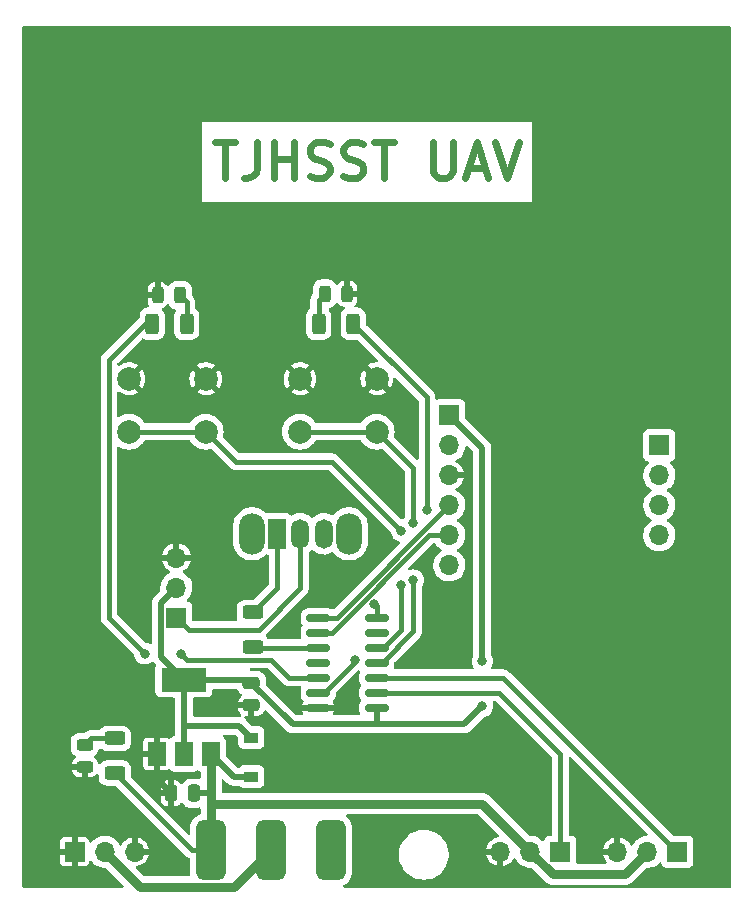
<source format=gbr>
%TF.GenerationSoftware,KiCad,Pcbnew,6.0.7-f9a2dced07~116~ubuntu22.04.1*%
%TF.CreationDate,2022-09-21T22:21:55-04:00*%
%TF.ProjectId,gimbal,67696d62-616c-42e6-9b69-6361645f7063,rev?*%
%TF.SameCoordinates,Original*%
%TF.FileFunction,Copper,L1,Top*%
%TF.FilePolarity,Positive*%
%FSLAX46Y46*%
G04 Gerber Fmt 4.6, Leading zero omitted, Abs format (unit mm)*
G04 Created by KiCad (PCBNEW 6.0.7-f9a2dced07~116~ubuntu22.04.1) date 2022-09-21 22:21:55*
%MOMM*%
%LPD*%
G01*
G04 APERTURE LIST*
G04 Aperture macros list*
%AMRoundRect*
0 Rectangle with rounded corners*
0 $1 Rounding radius*
0 $2 $3 $4 $5 $6 $7 $8 $9 X,Y pos of 4 corners*
0 Add a 4 corners polygon primitive as box body*
4,1,4,$2,$3,$4,$5,$6,$7,$8,$9,$2,$3,0*
0 Add four circle primitives for the rounded corners*
1,1,$1+$1,$2,$3*
1,1,$1+$1,$4,$5*
1,1,$1+$1,$6,$7*
1,1,$1+$1,$8,$9*
0 Add four rect primitives between the rounded corners*
20,1,$1+$1,$2,$3,$4,$5,0*
20,1,$1+$1,$4,$5,$6,$7,0*
20,1,$1+$1,$6,$7,$8,$9,0*
20,1,$1+$1,$8,$9,$2,$3,0*%
G04 Aperture macros list end*
%ADD10C,0.600000*%
%TA.AperFunction,NonConductor*%
%ADD11C,0.600000*%
%TD*%
%TA.AperFunction,SMDPad,CuDef*%
%ADD12RoundRect,0.250000X0.250000X0.475000X-0.250000X0.475000X-0.250000X-0.475000X0.250000X-0.475000X0*%
%TD*%
%TA.AperFunction,SMDPad,CuDef*%
%ADD13RoundRect,0.250000X-0.475000X0.250000X-0.475000X-0.250000X0.475000X-0.250000X0.475000X0.250000X0*%
%TD*%
%TA.AperFunction,SMDPad,CuDef*%
%ADD14R,1.200000X0.900000*%
%TD*%
%TA.AperFunction,ComponentPad*%
%ADD15R,1.700000X1.700000*%
%TD*%
%TA.AperFunction,ComponentPad*%
%ADD16O,1.700000X1.700000*%
%TD*%
%TA.AperFunction,SMDPad,CuDef*%
%ADD17RoundRect,0.249999X-0.625001X0.312501X-0.625001X-0.312501X0.625001X-0.312501X0.625001X0.312501X0*%
%TD*%
%TA.AperFunction,SMDPad,CuDef*%
%ADD18R,1.500000X2.000000*%
%TD*%
%TA.AperFunction,SMDPad,CuDef*%
%ADD19R,3.800000X2.000000*%
%TD*%
%TA.AperFunction,SMDPad,CuDef*%
%ADD20RoundRect,0.150000X0.825000X0.150000X-0.825000X0.150000X-0.825000X-0.150000X0.825000X-0.150000X0*%
%TD*%
%TA.AperFunction,SMDPad,CuDef*%
%ADD21RoundRect,0.250000X0.625000X-0.312500X0.625000X0.312500X-0.625000X0.312500X-0.625000X-0.312500X0*%
%TD*%
%TA.AperFunction,ComponentPad*%
%ADD22C,2.000000*%
%TD*%
%TA.AperFunction,SMDPad,CuDef*%
%ADD23RoundRect,0.635000X-0.635000X-1.905000X0.635000X-1.905000X0.635000X1.905000X-0.635000X1.905000X0*%
%TD*%
%TA.AperFunction,SMDPad,CuDef*%
%ADD24RoundRect,0.243750X0.243750X0.456250X-0.243750X0.456250X-0.243750X-0.456250X0.243750X-0.456250X0*%
%TD*%
%TA.AperFunction,SMDPad,CuDef*%
%ADD25RoundRect,0.243750X0.456250X-0.243750X0.456250X0.243750X-0.456250X0.243750X-0.456250X-0.243750X0*%
%TD*%
%TA.AperFunction,SMDPad,CuDef*%
%ADD26RoundRect,0.250000X-0.312500X-0.625000X0.312500X-0.625000X0.312500X0.625000X-0.312500X0.625000X0*%
%TD*%
%TA.AperFunction,SMDPad,CuDef*%
%ADD27RoundRect,0.250000X0.312500X0.625000X-0.312500X0.625000X-0.312500X-0.625000X0.312500X-0.625000X0*%
%TD*%
%TA.AperFunction,ComponentPad*%
%ADD28O,2.200000X3.500000*%
%TD*%
%TA.AperFunction,ComponentPad*%
%ADD29R,1.500000X2.500000*%
%TD*%
%TA.AperFunction,ComponentPad*%
%ADD30O,1.500000X2.500000*%
%TD*%
%TA.AperFunction,SMDPad,CuDef*%
%ADD31RoundRect,0.243750X-0.243750X-0.456250X0.243750X-0.456250X0.243750X0.456250X-0.243750X0.456250X0*%
%TD*%
%TA.AperFunction,ViaPad*%
%ADD32C,0.800000*%
%TD*%
%TA.AperFunction,Conductor*%
%ADD33C,0.381000*%
%TD*%
%TA.AperFunction,Conductor*%
%ADD34C,0.508000*%
%TD*%
%TA.AperFunction,Conductor*%
%ADD35C,0.762000*%
%TD*%
G04 APERTURE END LIST*
D10*
D11*
X134462857Y-61857142D02*
X136177142Y-61857142D01*
X135320000Y-64857142D02*
X135320000Y-61857142D01*
X138034285Y-61857142D02*
X138034285Y-64000000D01*
X137891428Y-64428571D01*
X137605714Y-64714285D01*
X137177142Y-64857142D01*
X136891428Y-64857142D01*
X139462857Y-64857142D02*
X139462857Y-61857142D01*
X139462857Y-63285714D02*
X141177142Y-63285714D01*
X141177142Y-64857142D02*
X141177142Y-61857142D01*
X142462857Y-64714285D02*
X142891428Y-64857142D01*
X143605714Y-64857142D01*
X143891428Y-64714285D01*
X144034285Y-64571428D01*
X144177142Y-64285714D01*
X144177142Y-64000000D01*
X144034285Y-63714285D01*
X143891428Y-63571428D01*
X143605714Y-63428571D01*
X143034285Y-63285714D01*
X142748571Y-63142857D01*
X142605714Y-63000000D01*
X142462857Y-62714285D01*
X142462857Y-62428571D01*
X142605714Y-62142857D01*
X142748571Y-62000000D01*
X143034285Y-61857142D01*
X143748571Y-61857142D01*
X144177142Y-62000000D01*
X145320000Y-64714285D02*
X145748571Y-64857142D01*
X146462857Y-64857142D01*
X146748571Y-64714285D01*
X146891428Y-64571428D01*
X147034285Y-64285714D01*
X147034285Y-64000000D01*
X146891428Y-63714285D01*
X146748571Y-63571428D01*
X146462857Y-63428571D01*
X145891428Y-63285714D01*
X145605714Y-63142857D01*
X145462857Y-63000000D01*
X145320000Y-62714285D01*
X145320000Y-62428571D01*
X145462857Y-62142857D01*
X145605714Y-62000000D01*
X145891428Y-61857142D01*
X146605714Y-61857142D01*
X147034285Y-62000000D01*
X147891428Y-61857142D02*
X149605714Y-61857142D01*
X148748571Y-64857142D02*
X148748571Y-61857142D01*
X152891428Y-61857142D02*
X152891428Y-64285714D01*
X153034285Y-64571428D01*
X153177142Y-64714285D01*
X153462857Y-64857142D01*
X154034285Y-64857142D01*
X154320000Y-64714285D01*
X154462857Y-64571428D01*
X154605714Y-64285714D01*
X154605714Y-61857142D01*
X155891428Y-64000000D02*
X157320000Y-64000000D01*
X155605714Y-64857142D02*
X156605714Y-61857142D01*
X157605714Y-64857142D01*
X158177142Y-61857142D02*
X159177142Y-64857142D01*
X160177142Y-61857142D01*
D12*
%TO.P,C1,1*%
%TO.N,VCC*%
X132649000Y-116967000D03*
%TO.P,C1,2*%
%TO.N,GND*%
X130749000Y-116967000D03*
%TD*%
D13*
%TO.P,C2,1*%
%TO.N,+3V3*%
X137541000Y-107635000D03*
%TO.P,C2,2*%
%TO.N,GND*%
X137541000Y-109535000D03*
%TD*%
D14*
%TO.P,D1,1,K*%
%TO.N,VCC*%
X137541000Y-115569000D03*
%TO.P,D1,2,A*%
%TO.N,+3V3*%
X137541000Y-112269000D03*
%TD*%
D15*
%TO.P,J2,1,Pin_1*%
%TO.N,Net-(J2-Pad1)*%
X131191000Y-102093000D03*
D16*
%TO.P,J2,2,Pin_2*%
%TO.N,+3V3*%
X131191000Y-99553000D03*
%TO.P,J2,3,Pin_3*%
%TO.N,GND*%
X131191000Y-97013000D03*
%TD*%
D15*
%TO.P,J3,1,Pin_1*%
%TO.N,+3V3*%
X154305000Y-84963000D03*
D16*
%TO.P,J3,2,Pin_2*%
%TO.N,unconnected-(J3-Pad2)*%
X154305000Y-87503000D03*
%TO.P,J3,3,Pin_3*%
%TO.N,GND*%
X154305000Y-90043000D03*
%TO.P,J3,4,Pin_4*%
%TO.N,/SDA*%
X154305000Y-92583000D03*
%TO.P,J3,5,Pin_5*%
%TO.N,/SCL*%
X154305000Y-95123000D03*
%TO.P,J3,6,Pin_6*%
%TO.N,unconnected-(J3-Pad6)*%
X154305000Y-97663000D03*
%TD*%
D15*
%TO.P,J4,1,Pin_1*%
%TO.N,/Servo_X*%
X163703000Y-121920000D03*
D16*
%TO.P,J4,2,Pin_2*%
%TO.N,VCC*%
X161163000Y-121920000D03*
%TO.P,J4,3,Pin_3*%
%TO.N,GND*%
X158623000Y-121920000D03*
%TD*%
D15*
%TO.P,J6,1,Pin_1*%
%TO.N,/Servo_Y*%
X173609000Y-121920000D03*
D16*
%TO.P,J6,2,Pin_2*%
%TO.N,VCC*%
X171069000Y-121920000D03*
%TO.P,J6,3,Pin_3*%
%TO.N,GND*%
X168529000Y-121920000D03*
%TD*%
D15*
%TO.P,J7,1,Pin_1*%
%TO.N,unconnected-(J7-Pad1)*%
X172085000Y-87503000D03*
D16*
%TO.P,J7,2,Pin_2*%
%TO.N,unconnected-(J7-Pad2)*%
X172085000Y-90043000D03*
%TO.P,J7,3,Pin_3*%
%TO.N,unconnected-(J7-Pad3)*%
X172085000Y-92583000D03*
%TO.P,J7,4,Pin_4*%
%TO.N,unconnected-(J7-Pad4)*%
X172085000Y-95123000D03*
%TD*%
D17*
%TO.P,R1,1*%
%TO.N,/UPDI*%
X137668000Y-101661500D03*
%TO.P,R1,2*%
%TO.N,Net-(R1-Pad2)*%
X137668000Y-104586500D03*
%TD*%
D18*
%TO.P,U1,1,GND*%
%TO.N,GND*%
X129526000Y-113640000D03*
D19*
%TO.P,U1,2,VO*%
%TO.N,+3V3*%
X131826000Y-107340000D03*
D18*
X131826000Y-113640000D03*
%TO.P,U1,3,VI*%
%TO.N,VCC*%
X134126000Y-113640000D03*
%TD*%
D20*
%TO.P,U2,1,VCC*%
%TO.N,+3V3*%
X148144000Y-109728000D03*
%TO.P,U2,2,PA4*%
%TO.N,/Servo_X*%
X148144000Y-108458000D03*
%TO.P,U2,3,PA5*%
%TO.N,/Servo_Y*%
X148144000Y-107188000D03*
%TO.P,U2,4,PA6*%
%TO.N,/Center*%
X148144000Y-105918000D03*
%TO.P,U2,5,PA7*%
%TO.N,/Side*%
X148144000Y-104648000D03*
%TO.P,U2,6,PB3*%
%TO.N,unconnected-(U2-Pad6)*%
X148144000Y-103378000D03*
%TO.P,U2,7,PB2*%
%TO.N,/TX*%
X148144000Y-102108000D03*
%TO.P,U2,8,PB1*%
%TO.N,/SDA*%
X143194000Y-102108000D03*
%TO.P,U2,9,PB0*%
%TO.N,/SCL*%
X143194000Y-103378000D03*
%TO.P,U2,10,~{RESET}/PA0*%
%TO.N,Net-(R1-Pad2)*%
X143194000Y-104648000D03*
%TO.P,U2,11,PA1*%
%TO.N,unconnected-(U2-Pad11)*%
X143194000Y-105918000D03*
%TO.P,U2,12,PA2*%
%TO.N,Net-(R4-Pad1)*%
X143194000Y-107188000D03*
%TO.P,U2,13,PA3*%
%TO.N,Net-(R3-Pad1)*%
X143194000Y-108458000D03*
%TO.P,U2,14,GND*%
%TO.N,GND*%
X143194000Y-109728000D03*
%TD*%
D21*
%TO.P,R2,1*%
%TO.N,VCC*%
X125984000Y-115254500D03*
%TO.P,R2,2*%
%TO.N,Net-(D2-Pad2)*%
X125984000Y-112329500D03*
%TD*%
D15*
%TO.P,J1,1,Pin_1*%
%TO.N,GND*%
X122570000Y-121920000D03*
D16*
%TO.P,J1,2,Pin_2*%
%TO.N,Net-(J1-Pad2)*%
X125110000Y-121920000D03*
%TO.P,J1,3,Pin_3*%
%TO.N,GND*%
X127650000Y-121920000D03*
%TD*%
D22*
%TO.P,SW2,1,1*%
%TO.N,/Center*%
X141657000Y-86360000D03*
X148157000Y-86360000D03*
%TO.P,SW2,2,2*%
%TO.N,GND*%
X141657000Y-81860000D03*
X148157000Y-81860000D03*
%TD*%
D23*
%TO.P,SW1,1,A*%
%TO.N,VCC*%
X134152000Y-121771000D03*
%TO.P,SW1,2,B*%
%TO.N,Net-(J1-Pad2)*%
X139192000Y-121771000D03*
%TO.P,SW1,3,C*%
%TO.N,unconnected-(SW1-Pad3)*%
X144272000Y-121771000D03*
%TD*%
D24*
%TO.P,D3,1,K*%
%TO.N,GND*%
X145639000Y-74676000D03*
%TO.P,D3,2,A*%
%TO.N,Net-(D3-Pad2)*%
X143764000Y-74676000D03*
%TD*%
D25*
%TO.P,D2,1,K*%
%TO.N,GND*%
X123444000Y-114729500D03*
%TO.P,D2,2,A*%
%TO.N,Net-(D2-Pad2)*%
X123444000Y-112854500D03*
%TD*%
D26*
%TO.P,R4,1*%
%TO.N,Net-(R4-Pad1)*%
X129145500Y-77216000D03*
%TO.P,R4,2*%
%TO.N,Net-(D4-Pad2)*%
X132070500Y-77216000D03*
%TD*%
D27*
%TO.P,R3,1*%
%TO.N,Net-(R3-Pad1)*%
X146164000Y-77216000D03*
%TO.P,R3,2*%
%TO.N,Net-(D3-Pad2)*%
X143239000Y-77216000D03*
%TD*%
D28*
%TO.P,SW4,*%
%TO.N,*%
X145800000Y-94996000D03*
X137600000Y-94996000D03*
D29*
%TO.P,SW4,1,A*%
%TO.N,/UPDI*%
X139700000Y-94996000D03*
D30*
%TO.P,SW4,2,B*%
%TO.N,Net-(J2-Pad1)*%
X141700000Y-94996000D03*
%TO.P,SW4,3,C*%
%TO.N,/TX*%
X143700000Y-94996000D03*
%TD*%
D31*
%TO.P,D4,1,K*%
%TO.N,GND*%
X129618500Y-74793000D03*
%TO.P,D4,2,A*%
%TO.N,Net-(D4-Pad2)*%
X131493500Y-74793000D03*
%TD*%
D22*
%TO.P,SW3,1,1*%
%TO.N,/Side*%
X127179000Y-86360000D03*
X133679000Y-86360000D03*
%TO.P,SW3,2,2*%
%TO.N,GND*%
X127179000Y-81860000D03*
X133679000Y-81860000D03*
%TD*%
D32*
%TO.N,Net-(R3-Pad1)*%
X146304000Y-105664000D03*
X152400000Y-92964000D03*
%TO.N,Net-(R4-Pad1)*%
X131572000Y-105156000D03*
X128524000Y-105156000D03*
%TO.N,GND*%
X135890000Y-109601000D03*
X129526000Y-115744000D03*
X145161000Y-109728000D03*
%TO.N,+3V3*%
X157099000Y-105791000D03*
X157099000Y-109601000D03*
%TO.N,/TX*%
X147955000Y-100965000D03*
%TO.N,/Center*%
X151257000Y-94107000D03*
X151257000Y-98933000D03*
%TO.N,/Side*%
X150241000Y-94742000D03*
X150241000Y-99314000D03*
%TD*%
D33*
%TO.N,Net-(D2-Pad2)*%
X125984000Y-112329500D02*
X123969000Y-112329500D01*
X123969000Y-112329500D02*
X123444000Y-112854500D01*
%TO.N,VCC*%
X134152000Y-121771000D02*
X132500500Y-121771000D01*
X132500500Y-121771000D02*
X125984000Y-115254500D01*
%TO.N,Net-(J2-Pad1)*%
X141700000Y-99600000D02*
X141700000Y-94996000D01*
X138176000Y-103124000D02*
X141700000Y-99600000D01*
X132222000Y-103124000D02*
X138176000Y-103124000D01*
X131191000Y-102093000D02*
X132222000Y-103124000D01*
%TO.N,/UPDI*%
X139700000Y-99629500D02*
X139700000Y-94996000D01*
X137668000Y-101661500D02*
X139700000Y-99629500D01*
%TO.N,Net-(R3-Pad1)*%
X152400000Y-83452000D02*
X146164000Y-77216000D01*
X152400000Y-92964000D02*
X152400000Y-83452000D01*
X146304000Y-105664000D02*
X146304000Y-105817382D01*
X146304000Y-105817382D02*
X143663382Y-108458000D01*
X143663382Y-108458000D02*
X143194000Y-108458000D01*
%TO.N,Net-(R4-Pad1)*%
X128524000Y-105156000D02*
X125476000Y-102108000D01*
X125476000Y-102108000D02*
X125476000Y-80264000D01*
X125476000Y-80264000D02*
X128524000Y-77216000D01*
X128524000Y-77216000D02*
X129145500Y-77216000D01*
X131572000Y-105156000D02*
X132080000Y-105664000D01*
X132080000Y-105664000D02*
X139192000Y-105664000D01*
X139192000Y-105664000D02*
X140716000Y-107188000D01*
X140716000Y-107188000D02*
X143194000Y-107188000D01*
%TO.N,Net-(D4-Pad2)*%
X132070500Y-77216000D02*
X132070500Y-75370000D01*
X132070500Y-75370000D02*
X131493500Y-74793000D01*
%TO.N,Net-(D3-Pad2)*%
X143239000Y-77216000D02*
X143239000Y-75201000D01*
X143239000Y-75201000D02*
X143764000Y-74676000D01*
%TO.N,Net-(R1-Pad2)*%
X143194000Y-104648000D02*
X137729500Y-104648000D01*
X137729500Y-104648000D02*
X137668000Y-104586500D01*
%TO.N,/Side*%
X150241000Y-94742000D02*
X144399000Y-88900000D01*
X144399000Y-88900000D02*
X136219000Y-88900000D01*
X136219000Y-88900000D02*
X133679000Y-86360000D01*
%TO.N,/Center*%
X151257000Y-94107000D02*
X151257000Y-89460000D01*
X151257000Y-89460000D02*
X148157000Y-86360000D01*
%TO.N,/Side*%
X127179000Y-86360000D02*
X133679000Y-86360000D01*
%TO.N,/Center*%
X148157000Y-86360000D02*
X141657000Y-86360000D01*
D34*
%TO.N,GND*%
X130749000Y-116967000D02*
X129526000Y-115744000D01*
X129526000Y-115744000D02*
X129526000Y-113640000D01*
D35*
%TO.N,VCC*%
X134152000Y-117856000D02*
X157099000Y-117856000D01*
X161163000Y-121920000D02*
X163068000Y-123825000D01*
X134126000Y-116953000D02*
X134126000Y-113640000D01*
X157099000Y-117856000D02*
X161163000Y-121920000D01*
D34*
X132649000Y-116967000D02*
X134112000Y-116967000D01*
X134112000Y-116967000D02*
X134126000Y-116953000D01*
X137541000Y-115569000D02*
X136055000Y-115569000D01*
D35*
X134152000Y-117856000D02*
X134126000Y-117830000D01*
D34*
X136055000Y-115569000D02*
X134126000Y-113640000D01*
D35*
X134152000Y-121771000D02*
X134152000Y-117856000D01*
X163068000Y-123825000D02*
X169164000Y-123825000D01*
X134126000Y-117830000D02*
X134126000Y-116953000D01*
X169164000Y-123825000D02*
X171069000Y-121920000D01*
D34*
%TO.N,+3V3*%
X157099000Y-87757000D02*
X154305000Y-84963000D01*
X148144000Y-111125000D02*
X155575000Y-111125000D01*
X148144000Y-111125000D02*
X141031000Y-111125000D01*
X131826000Y-113640000D02*
X131826000Y-111252000D01*
X148144000Y-109728000D02*
X148144000Y-111125000D01*
X129887000Y-100857000D02*
X129887000Y-105401000D01*
X131826000Y-111252000D02*
X136524000Y-111252000D01*
X131191000Y-99553000D02*
X129887000Y-100857000D01*
X157099000Y-105791000D02*
X157099000Y-87757000D01*
X131826000Y-111252000D02*
X131826000Y-107340000D01*
X155575000Y-111125000D02*
X157099000Y-109601000D01*
X137246000Y-107340000D02*
X137541000Y-107635000D01*
X131826000Y-107340000D02*
X137246000Y-107340000D01*
X136524000Y-111252000D02*
X137541000Y-112269000D01*
X129887000Y-105401000D02*
X131826000Y-107340000D01*
X141031000Y-111125000D02*
X137541000Y-107635000D01*
D33*
%TO.N,/SCL*%
X144331658Y-103378000D02*
X152586658Y-95123000D01*
X143194000Y-103378000D02*
X144331658Y-103378000D01*
X152586658Y-95123000D02*
X154305000Y-95123000D01*
%TO.N,/SDA*%
X144780000Y-102108000D02*
X154305000Y-92583000D01*
X143194000Y-102108000D02*
X144780000Y-102108000D01*
%TO.N,/Servo_X*%
X158496000Y-108458000D02*
X148144000Y-108458000D01*
X163703000Y-113665000D02*
X158496000Y-108458000D01*
X163703000Y-121920000D02*
X163703000Y-113665000D01*
%TO.N,/TX*%
X148144000Y-101154000D02*
X148144000Y-102108000D01*
X147955000Y-100965000D02*
X148144000Y-101154000D01*
%TO.N,/Servo_Y*%
X148144000Y-107188000D02*
X158877000Y-107188000D01*
X158877000Y-107188000D02*
X173609000Y-121920000D01*
%TO.N,/Center*%
X148144000Y-105918000D02*
X148613382Y-105918000D01*
X151257000Y-101600000D02*
X151257000Y-98933000D01*
X148613382Y-105918000D02*
X151257000Y-103274382D01*
X151257000Y-103274382D02*
X151257000Y-101600000D01*
%TO.N,/Side*%
X148717000Y-104648000D02*
X150241000Y-103124000D01*
X148144000Y-104648000D02*
X148717000Y-104648000D01*
X150241000Y-103124000D02*
X150241000Y-99314000D01*
D35*
%TO.N,Net-(J1-Pad2)*%
X136071000Y-124892000D02*
X128082000Y-124892000D01*
X139192000Y-121771000D02*
X136071000Y-124892000D01*
X128082000Y-124892000D02*
X125110000Y-121920000D01*
%TD*%
%TA.AperFunction,Conductor*%
%TO.N,GND*%
G36*
X178083621Y-52004502D02*
G01*
X178130114Y-52058158D01*
X178141500Y-52110500D01*
X178141500Y-124841500D01*
X178121498Y-124909621D01*
X178067842Y-124956114D01*
X178015500Y-124967500D01*
X169171510Y-124967500D01*
X169131141Y-124955647D01*
X169106539Y-124966461D01*
X169090389Y-124967500D01*
X163141611Y-124967500D01*
X163103325Y-124956258D01*
X163089613Y-124964088D01*
X163060490Y-124967500D01*
X145410660Y-124967500D01*
X145342539Y-124947498D01*
X145296046Y-124893842D01*
X145285942Y-124823568D01*
X145315436Y-124758988D01*
X145359310Y-124726438D01*
X145372382Y-124720604D01*
X145469006Y-124677483D01*
X145520429Y-124642075D01*
X145637345Y-124561571D01*
X145637346Y-124561570D01*
X145642101Y-124558296D01*
X145656203Y-124544170D01*
X145786498Y-124413647D01*
X145790578Y-124409560D01*
X145909463Y-124236258D01*
X145994775Y-124044192D01*
X146009708Y-123981750D01*
X146042463Y-123844793D01*
X146042464Y-123844789D01*
X146043658Y-123839795D01*
X146048167Y-123776890D01*
X146050339Y-123746594D01*
X146050339Y-123746586D01*
X146050500Y-123744344D01*
X146050500Y-122306703D01*
X150036743Y-122306703D01*
X150037302Y-122310947D01*
X150037302Y-122310951D01*
X150046162Y-122378245D01*
X150074268Y-122591734D01*
X150150129Y-122869036D01*
X150151813Y-122872984D01*
X150259769Y-123126081D01*
X150262923Y-123133476D01*
X150274693Y-123153142D01*
X150346148Y-123272534D01*
X150410561Y-123380161D01*
X150590313Y-123604528D01*
X150798851Y-123802423D01*
X151032317Y-123970186D01*
X151036112Y-123972195D01*
X151036113Y-123972196D01*
X151055570Y-123982498D01*
X151286392Y-124104712D01*
X151556373Y-124203511D01*
X151837264Y-124264755D01*
X151865841Y-124267004D01*
X152060282Y-124282307D01*
X152060291Y-124282307D01*
X152062739Y-124282500D01*
X152218271Y-124282500D01*
X152220407Y-124282354D01*
X152220418Y-124282354D01*
X152428548Y-124268165D01*
X152428554Y-124268164D01*
X152432825Y-124267873D01*
X152437020Y-124267004D01*
X152437022Y-124267004D01*
X152602511Y-124232733D01*
X152714342Y-124209574D01*
X152985343Y-124113607D01*
X153116155Y-124046090D01*
X153237005Y-123983715D01*
X153237006Y-123983715D01*
X153240812Y-123981750D01*
X153244313Y-123979289D01*
X153244317Y-123979287D01*
X153425382Y-123852032D01*
X153476023Y-123816441D01*
X153686622Y-123620740D01*
X153868713Y-123398268D01*
X154018927Y-123153142D01*
X154024081Y-123141402D01*
X154132757Y-122893830D01*
X154134483Y-122889898D01*
X154213244Y-122613406D01*
X154247417Y-122373292D01*
X154253146Y-122333036D01*
X154253146Y-122333034D01*
X154253751Y-122328784D01*
X154253845Y-122310951D01*
X154254497Y-122186522D01*
X157419989Y-122186522D01*
X157460397Y-122337325D01*
X157464143Y-122347617D01*
X157550528Y-122532870D01*
X157556006Y-122542356D01*
X157673238Y-122709782D01*
X157680292Y-122718189D01*
X157824811Y-122862708D01*
X157833218Y-122869762D01*
X158000644Y-122986994D01*
X158010130Y-122992472D01*
X158195383Y-123078857D01*
X158205675Y-123082603D01*
X158351503Y-123121678D01*
X158365599Y-123121342D01*
X158369000Y-123113400D01*
X158369000Y-122192115D01*
X158364525Y-122176876D01*
X158363135Y-122175671D01*
X158355452Y-122174000D01*
X157434749Y-122174000D01*
X157421218Y-122177973D01*
X157419989Y-122186522D01*
X154254497Y-122186522D01*
X154255235Y-122045583D01*
X154255235Y-122045576D01*
X154255257Y-122041297D01*
X154217732Y-121756266D01*
X154201618Y-121697361D01*
X154188082Y-121647885D01*
X154141871Y-121478964D01*
X154102728Y-121387196D01*
X154030763Y-121218476D01*
X154030761Y-121218472D01*
X154029077Y-121214524D01*
X153913774Y-121021866D01*
X153883643Y-120971521D01*
X153883640Y-120971517D01*
X153881439Y-120967839D01*
X153701687Y-120743472D01*
X153575299Y-120623534D01*
X153496258Y-120548527D01*
X153496255Y-120548525D01*
X153493149Y-120545577D01*
X153259683Y-120377814D01*
X153237843Y-120366250D01*
X153200203Y-120346321D01*
X153005608Y-120243288D01*
X152735627Y-120144489D01*
X152454736Y-120083245D01*
X152423685Y-120080801D01*
X152231718Y-120065693D01*
X152231709Y-120065693D01*
X152229261Y-120065500D01*
X152073729Y-120065500D01*
X152071593Y-120065646D01*
X152071582Y-120065646D01*
X151863452Y-120079835D01*
X151863446Y-120079836D01*
X151859175Y-120080127D01*
X151854980Y-120080996D01*
X151854978Y-120080996D01*
X151718417Y-120109276D01*
X151577658Y-120138426D01*
X151306657Y-120234393D01*
X151051188Y-120366250D01*
X151047687Y-120368711D01*
X151047683Y-120368713D01*
X151037594Y-120375804D01*
X150815977Y-120531559D01*
X150773502Y-120571029D01*
X150614635Y-120718658D01*
X150605378Y-120727260D01*
X150423287Y-120949732D01*
X150273073Y-121194858D01*
X150271347Y-121198791D01*
X150271346Y-121198792D01*
X150161379Y-121449305D01*
X150157517Y-121458102D01*
X150078756Y-121734594D01*
X150038249Y-122019216D01*
X150038227Y-122023505D01*
X150038226Y-122023512D01*
X150037066Y-122245046D01*
X150036743Y-122306703D01*
X146050500Y-122306703D01*
X146050500Y-119797656D01*
X146043370Y-119700221D01*
X145994131Y-119495910D01*
X145908483Y-119303994D01*
X145905209Y-119299239D01*
X145792571Y-119135655D01*
X145792570Y-119135654D01*
X145789296Y-119130899D01*
X145640560Y-118982422D01*
X145635802Y-118979158D01*
X145635796Y-118979153D01*
X145630326Y-118975401D01*
X145585468Y-118920372D01*
X145577482Y-118849825D01*
X145608904Y-118786161D01*
X145669758Y-118749591D01*
X145701604Y-118745500D01*
X156678367Y-118745500D01*
X156746488Y-118765502D01*
X156767462Y-118782405D01*
X158475464Y-120490407D01*
X158509490Y-120552719D01*
X158504425Y-120623534D01*
X158461878Y-120680370D01*
X158408255Y-120703587D01*
X158403112Y-120704494D01*
X158205675Y-120757397D01*
X158195383Y-120761143D01*
X158010130Y-120847528D01*
X158000644Y-120853006D01*
X157833218Y-120970238D01*
X157824811Y-120977292D01*
X157680292Y-121121811D01*
X157673238Y-121130218D01*
X157556006Y-121297644D01*
X157550528Y-121307130D01*
X157464143Y-121492383D01*
X157460397Y-121502675D01*
X157421322Y-121648503D01*
X157421658Y-121662599D01*
X157429600Y-121666000D01*
X158751000Y-121666000D01*
X158819121Y-121686002D01*
X158865614Y-121739658D01*
X158877000Y-121792000D01*
X158877000Y-123108251D01*
X158880973Y-123121782D01*
X158889522Y-123123011D01*
X159040325Y-123082603D01*
X159050617Y-123078857D01*
X159235870Y-122992472D01*
X159245356Y-122986994D01*
X159412782Y-122869762D01*
X159421189Y-122862708D01*
X159565708Y-122718189D01*
X159572762Y-122709782D01*
X159689994Y-122542356D01*
X159695471Y-122532871D01*
X159706974Y-122508202D01*
X159753891Y-122454916D01*
X159822168Y-122435454D01*
X159890128Y-122455995D01*
X159937912Y-122514044D01*
X159944297Y-122529767D01*
X159946266Y-122534616D01*
X159948965Y-122539020D01*
X160053608Y-122709782D01*
X160062987Y-122725088D01*
X160209250Y-122893938D01*
X160381126Y-123036632D01*
X160574000Y-123149338D01*
X160578825Y-123151180D01*
X160578826Y-123151181D01*
X160593538Y-123156799D01*
X160782692Y-123229030D01*
X160787760Y-123230061D01*
X160787763Y-123230062D01*
X160895017Y-123251883D01*
X161001597Y-123273567D01*
X161006772Y-123273757D01*
X161006774Y-123273757D01*
X161218936Y-123281537D01*
X161286278Y-123304022D01*
X161303414Y-123318357D01*
X162382511Y-124397454D01*
X162395348Y-124412482D01*
X162403331Y-124423470D01*
X162408233Y-124427883D01*
X162408234Y-124427885D01*
X162453063Y-124468249D01*
X162457847Y-124472790D01*
X162471994Y-124486937D01*
X162474559Y-124489014D01*
X162487554Y-124499537D01*
X162492575Y-124503825D01*
X162537381Y-124544170D01*
X162537385Y-124544173D01*
X162542285Y-124548585D01*
X162547995Y-124551881D01*
X162547998Y-124551884D01*
X162554045Y-124555375D01*
X162570330Y-124566568D01*
X162580875Y-124575107D01*
X162640480Y-124605477D01*
X162646276Y-124608624D01*
X162704215Y-124642075D01*
X162717125Y-124646270D01*
X162735384Y-124653833D01*
X162747476Y-124659994D01*
X162800525Y-124674209D01*
X162812094Y-124677309D01*
X162818419Y-124679182D01*
X162882044Y-124699855D01*
X162888611Y-124700545D01*
X162888615Y-124700546D01*
X162894288Y-124701142D01*
X162895530Y-124701272D01*
X162914972Y-124704875D01*
X162928085Y-124708389D01*
X162934682Y-124708735D01*
X162934684Y-124708735D01*
X162994887Y-124711890D01*
X163001461Y-124712407D01*
X163018105Y-124714156D01*
X163018109Y-124714156D01*
X163021380Y-124714500D01*
X163041407Y-124714500D01*
X163048001Y-124714673D01*
X163067084Y-124715673D01*
X163097276Y-124726283D01*
X163106113Y-124720604D01*
X163121901Y-124717051D01*
X163128215Y-124716051D01*
X163147925Y-124714500D01*
X169084075Y-124714500D01*
X169103785Y-124716051D01*
X169110099Y-124717051D01*
X169128193Y-124725629D01*
X169136012Y-124720604D01*
X169164916Y-124715673D01*
X169183999Y-124714673D01*
X169190593Y-124714500D01*
X169210620Y-124714500D01*
X169213891Y-124714156D01*
X169213895Y-124714156D01*
X169230539Y-124712407D01*
X169237113Y-124711890D01*
X169297316Y-124708735D01*
X169297318Y-124708735D01*
X169303915Y-124708389D01*
X169317028Y-124704875D01*
X169336470Y-124701272D01*
X169337712Y-124701142D01*
X169343385Y-124700546D01*
X169343389Y-124700545D01*
X169349956Y-124699855D01*
X169413581Y-124679182D01*
X169419906Y-124677309D01*
X169431475Y-124674209D01*
X169484524Y-124659994D01*
X169496616Y-124653833D01*
X169514875Y-124646270D01*
X169527785Y-124642075D01*
X169585724Y-124608624D01*
X169591520Y-124605477D01*
X169651125Y-124575107D01*
X169661670Y-124566568D01*
X169677955Y-124555375D01*
X169684002Y-124551884D01*
X169684005Y-124551881D01*
X169689715Y-124548585D01*
X169694615Y-124544173D01*
X169694619Y-124544170D01*
X169739425Y-124503825D01*
X169744446Y-124499537D01*
X169757441Y-124489014D01*
X169760006Y-124486937D01*
X169774153Y-124472790D01*
X169778937Y-124468249D01*
X169823766Y-124427885D01*
X169823767Y-124427883D01*
X169828669Y-124423470D01*
X169836652Y-124412482D01*
X169849489Y-124397454D01*
X170932217Y-123314726D01*
X170994529Y-123280700D01*
X171025927Y-123277906D01*
X171072228Y-123279604D01*
X171125673Y-123281564D01*
X171125677Y-123281564D01*
X171130837Y-123281753D01*
X171135957Y-123281097D01*
X171135959Y-123281097D01*
X171347288Y-123254025D01*
X171347289Y-123254025D01*
X171352416Y-123253368D01*
X171357366Y-123251883D01*
X171561429Y-123190661D01*
X171561434Y-123190659D01*
X171566384Y-123189174D01*
X171766994Y-123090896D01*
X171948860Y-122961173D01*
X172057091Y-122853319D01*
X172119462Y-122819404D01*
X172190268Y-122824592D01*
X172247030Y-122867238D01*
X172264012Y-122898341D01*
X172286201Y-122957529D01*
X172308385Y-123016705D01*
X172395739Y-123133261D01*
X172512295Y-123220615D01*
X172648684Y-123271745D01*
X172710866Y-123278500D01*
X174507134Y-123278500D01*
X174569316Y-123271745D01*
X174705705Y-123220615D01*
X174822261Y-123133261D01*
X174909615Y-123016705D01*
X174960745Y-122880316D01*
X174967500Y-122818134D01*
X174967500Y-121021866D01*
X174960745Y-120959684D01*
X174909615Y-120823295D01*
X174822261Y-120706739D01*
X174705705Y-120619385D01*
X174569316Y-120568255D01*
X174507134Y-120561500D01*
X173291226Y-120561500D01*
X173223105Y-120541498D01*
X173202131Y-120524595D01*
X159391497Y-106713962D01*
X159385643Y-106707696D01*
X159376072Y-106696725D01*
X159348158Y-106664726D01*
X159296622Y-106628506D01*
X159291326Y-106624573D01*
X159247737Y-106590394D01*
X159247734Y-106590392D01*
X159241760Y-106585708D01*
X159234836Y-106582582D01*
X159231801Y-106580744D01*
X159219102Y-106573500D01*
X159215954Y-106571812D01*
X159209739Y-106567444D01*
X159151050Y-106544562D01*
X159145005Y-106542022D01*
X159087565Y-106516087D01*
X159080092Y-106514702D01*
X159076674Y-106513631D01*
X159062685Y-106509646D01*
X159059193Y-106508749D01*
X159052111Y-106505988D01*
X159044578Y-106504996D01*
X159044577Y-106504996D01*
X158989670Y-106497767D01*
X158983157Y-106496735D01*
X158928682Y-106486639D01*
X158928680Y-106486639D01*
X158921213Y-106485255D01*
X158913633Y-106485692D01*
X158913632Y-106485692D01*
X158859888Y-106488791D01*
X158852635Y-106489000D01*
X157963293Y-106489000D01*
X157895172Y-106468998D01*
X157848679Y-106415342D01*
X157838575Y-106345068D01*
X157854174Y-106300000D01*
X157930223Y-106168279D01*
X157930224Y-106168278D01*
X157933527Y-106162556D01*
X157992542Y-105980928D01*
X157995814Y-105949803D01*
X158011814Y-105797565D01*
X158012504Y-105791000D01*
X158000325Y-105675126D01*
X157993232Y-105607635D01*
X157993232Y-105607633D01*
X157992542Y-105601072D01*
X157933527Y-105419444D01*
X157878381Y-105323928D01*
X157861500Y-105260929D01*
X157861500Y-95089695D01*
X170722251Y-95089695D01*
X170722548Y-95094848D01*
X170722548Y-95094851D01*
X170728011Y-95189590D01*
X170735110Y-95312715D01*
X170736247Y-95317761D01*
X170736248Y-95317767D01*
X170756119Y-95405939D01*
X170784222Y-95530639D01*
X170820664Y-95620386D01*
X170855725Y-95706730D01*
X170868266Y-95737616D01*
X170870965Y-95742020D01*
X170982286Y-95923680D01*
X170984987Y-95928088D01*
X171131250Y-96096938D01*
X171303126Y-96239632D01*
X171496000Y-96352338D01*
X171500825Y-96354180D01*
X171500826Y-96354181D01*
X171573612Y-96381975D01*
X171704692Y-96432030D01*
X171709760Y-96433061D01*
X171709763Y-96433062D01*
X171814466Y-96454364D01*
X171923597Y-96476567D01*
X171928772Y-96476757D01*
X171928774Y-96476757D01*
X172141673Y-96484564D01*
X172141677Y-96484564D01*
X172146837Y-96484753D01*
X172151957Y-96484097D01*
X172151959Y-96484097D01*
X172363288Y-96457025D01*
X172363289Y-96457025D01*
X172368416Y-96456368D01*
X172375096Y-96454364D01*
X172577429Y-96393661D01*
X172577434Y-96393659D01*
X172582384Y-96392174D01*
X172782994Y-96293896D01*
X172964860Y-96164173D01*
X172989340Y-96139779D01*
X173119435Y-96010137D01*
X173123096Y-96006489D01*
X173182594Y-95923689D01*
X173250435Y-95829277D01*
X173253453Y-95825077D01*
X173307232Y-95716264D01*
X173350136Y-95629453D01*
X173350137Y-95629451D01*
X173352430Y-95624811D01*
X173413214Y-95424749D01*
X173415865Y-95416023D01*
X173415865Y-95416021D01*
X173417370Y-95411069D01*
X173446529Y-95189590D01*
X173448156Y-95123000D01*
X173429852Y-94900361D01*
X173375431Y-94683702D01*
X173286354Y-94478840D01*
X173165014Y-94291277D01*
X173014670Y-94126051D01*
X173010619Y-94122852D01*
X173010615Y-94122848D01*
X172843414Y-93990800D01*
X172843410Y-93990798D01*
X172839359Y-93987598D01*
X172798053Y-93964796D01*
X172748084Y-93914364D01*
X172733312Y-93844921D01*
X172758428Y-93778516D01*
X172785780Y-93751909D01*
X172830918Y-93719712D01*
X172964860Y-93624173D01*
X172970983Y-93618072D01*
X173075411Y-93514008D01*
X173123096Y-93466489D01*
X173180605Y-93386457D01*
X173250435Y-93289277D01*
X173253453Y-93285077D01*
X173264458Y-93262811D01*
X173350136Y-93089453D01*
X173350137Y-93089451D01*
X173352430Y-93084811D01*
X173417370Y-92871069D01*
X173446529Y-92649590D01*
X173448156Y-92583000D01*
X173429852Y-92360361D01*
X173375431Y-92143702D01*
X173286354Y-91938840D01*
X173165014Y-91751277D01*
X173014670Y-91586051D01*
X173010619Y-91582852D01*
X173010615Y-91582848D01*
X172843414Y-91450800D01*
X172843410Y-91450798D01*
X172839359Y-91447598D01*
X172798053Y-91424796D01*
X172748084Y-91374364D01*
X172733312Y-91304921D01*
X172758428Y-91238516D01*
X172785780Y-91211909D01*
X172851153Y-91165279D01*
X172964860Y-91084173D01*
X173123096Y-90926489D01*
X173182594Y-90843689D01*
X173250435Y-90749277D01*
X173253453Y-90745077D01*
X173292854Y-90665356D01*
X173350136Y-90549453D01*
X173350137Y-90549451D01*
X173352430Y-90544811D01*
X173417370Y-90331069D01*
X173446529Y-90109590D01*
X173448156Y-90043000D01*
X173429852Y-89820361D01*
X173375431Y-89603702D01*
X173286354Y-89398840D01*
X173245793Y-89336142D01*
X173167822Y-89215617D01*
X173167820Y-89215614D01*
X173165014Y-89211277D01*
X173161532Y-89207450D01*
X173017798Y-89049488D01*
X172986746Y-88985642D01*
X172995141Y-88915143D01*
X173040317Y-88860375D01*
X173066761Y-88846706D01*
X173173297Y-88806767D01*
X173181705Y-88803615D01*
X173298261Y-88716261D01*
X173385615Y-88599705D01*
X173436745Y-88463316D01*
X173443500Y-88401134D01*
X173443500Y-86604866D01*
X173436745Y-86542684D01*
X173385615Y-86406295D01*
X173298261Y-86289739D01*
X173181705Y-86202385D01*
X173045316Y-86151255D01*
X172983134Y-86144500D01*
X171186866Y-86144500D01*
X171124684Y-86151255D01*
X170988295Y-86202385D01*
X170871739Y-86289739D01*
X170784385Y-86406295D01*
X170733255Y-86542684D01*
X170726500Y-86604866D01*
X170726500Y-88401134D01*
X170733255Y-88463316D01*
X170784385Y-88599705D01*
X170871739Y-88716261D01*
X170988295Y-88803615D01*
X170996704Y-88806767D01*
X170996705Y-88806768D01*
X171105451Y-88847535D01*
X171162216Y-88890176D01*
X171186916Y-88956738D01*
X171171709Y-89026087D01*
X171152316Y-89052568D01*
X171025629Y-89185138D01*
X171022715Y-89189410D01*
X171022714Y-89189411D01*
X170984923Y-89244811D01*
X170899743Y-89369680D01*
X170874866Y-89423274D01*
X170818531Y-89544638D01*
X170805688Y-89572305D01*
X170745989Y-89787570D01*
X170722251Y-90009695D01*
X170722548Y-90014848D01*
X170722548Y-90014851D01*
X170728011Y-90109590D01*
X170735110Y-90232715D01*
X170736247Y-90237761D01*
X170736248Y-90237767D01*
X170756119Y-90325939D01*
X170784222Y-90450639D01*
X170868266Y-90657616D01*
X170870965Y-90662020D01*
X170975611Y-90832787D01*
X170984987Y-90848088D01*
X171131250Y-91016938D01*
X171303126Y-91159632D01*
X171312790Y-91165279D01*
X171376445Y-91202476D01*
X171425169Y-91254114D01*
X171438240Y-91323897D01*
X171411509Y-91389669D01*
X171371055Y-91423027D01*
X171358607Y-91429507D01*
X171354474Y-91432610D01*
X171354471Y-91432612D01*
X171330247Y-91450800D01*
X171179965Y-91563635D01*
X171025629Y-91725138D01*
X170899743Y-91909680D01*
X170805688Y-92112305D01*
X170745989Y-92327570D01*
X170722251Y-92549695D01*
X170722548Y-92554848D01*
X170722548Y-92554851D01*
X170728011Y-92649590D01*
X170735110Y-92772715D01*
X170736247Y-92777761D01*
X170736248Y-92777767D01*
X170744276Y-92813389D01*
X170784222Y-92990639D01*
X170868266Y-93197616D01*
X170874301Y-93207464D01*
X170978412Y-93377358D01*
X170984987Y-93388088D01*
X171131250Y-93556938D01*
X171303126Y-93699632D01*
X171337489Y-93719712D01*
X171376445Y-93742476D01*
X171425169Y-93794114D01*
X171438240Y-93863897D01*
X171411509Y-93929669D01*
X171371055Y-93963027D01*
X171358607Y-93969507D01*
X171354474Y-93972610D01*
X171354471Y-93972612D01*
X171184100Y-94100530D01*
X171179965Y-94103635D01*
X171025629Y-94265138D01*
X170899743Y-94449680D01*
X170805688Y-94652305D01*
X170745989Y-94867570D01*
X170722251Y-95089695D01*
X157861500Y-95089695D01*
X157861500Y-87824376D01*
X157862933Y-87805426D01*
X157865124Y-87791027D01*
X157865124Y-87791021D01*
X157866224Y-87783792D01*
X157862577Y-87738949D01*
X157861915Y-87730817D01*
X157861500Y-87720602D01*
X157861500Y-87712475D01*
X157858189Y-87684076D01*
X157857760Y-87679736D01*
X157857036Y-87670828D01*
X157851809Y-87606574D01*
X157849553Y-87599612D01*
X157848357Y-87593624D01*
X157846949Y-87587667D01*
X157846101Y-87580393D01*
X157843603Y-87573511D01*
X157843602Y-87573507D01*
X157821055Y-87511393D01*
X157819645Y-87507289D01*
X157797013Y-87437425D01*
X157793213Y-87431162D01*
X157790675Y-87425620D01*
X157787933Y-87420144D01*
X157785434Y-87413259D01*
X157745185Y-87351868D01*
X157742870Y-87348200D01*
X157704773Y-87285419D01*
X157697333Y-87276995D01*
X157697362Y-87276969D01*
X157694762Y-87274038D01*
X157691958Y-87270684D01*
X157687946Y-87264565D01*
X157631413Y-87211011D01*
X157628972Y-87208634D01*
X155700405Y-85280067D01*
X155666379Y-85217755D01*
X155663500Y-85190972D01*
X155663500Y-84064866D01*
X155656745Y-84002684D01*
X155605615Y-83866295D01*
X155518261Y-83749739D01*
X155401705Y-83662385D01*
X155265316Y-83611255D01*
X155203134Y-83604500D01*
X153406866Y-83604500D01*
X153344684Y-83611255D01*
X153337288Y-83614027D01*
X153337282Y-83614029D01*
X153269229Y-83639541D01*
X153198422Y-83644724D01*
X153136053Y-83610803D01*
X153101924Y-83548547D01*
X153099000Y-83521559D01*
X153099000Y-83480600D01*
X153099292Y-83472029D01*
X153102653Y-83422725D01*
X153103170Y-83415149D01*
X153092334Y-83353065D01*
X153091378Y-83346586D01*
X153083809Y-83284040D01*
X153081125Y-83276938D01*
X153080270Y-83273456D01*
X153076430Y-83259421D01*
X153075389Y-83255973D01*
X153074082Y-83248483D01*
X153059870Y-83216108D01*
X153048763Y-83190805D01*
X153046270Y-83184697D01*
X153026692Y-83132886D01*
X153026692Y-83132885D01*
X153024006Y-83125778D01*
X153019700Y-83119512D01*
X153018050Y-83116357D01*
X153010931Y-83103565D01*
X153009131Y-83100521D01*
X153006078Y-83093567D01*
X152967740Y-83043604D01*
X152963862Y-83038267D01*
X152932481Y-82992607D01*
X152932479Y-82992605D01*
X152928179Y-82986348D01*
X152915692Y-82975222D01*
X152882312Y-82945482D01*
X152877036Y-82940501D01*
X147271905Y-77335370D01*
X147237879Y-77273058D01*
X147235000Y-77246275D01*
X147235000Y-76540600D01*
X147224026Y-76434834D01*
X147168050Y-76267054D01*
X147074978Y-76116652D01*
X146949803Y-75991695D01*
X146937522Y-75984125D01*
X146805468Y-75902725D01*
X146805466Y-75902724D01*
X146799238Y-75898885D01*
X146719495Y-75872436D01*
X146637889Y-75845368D01*
X146637887Y-75845368D01*
X146631361Y-75843203D01*
X146624525Y-75842503D01*
X146624522Y-75842502D01*
X146581469Y-75838091D01*
X146526900Y-75832500D01*
X146370219Y-75832500D01*
X146302098Y-75812498D01*
X146255605Y-75758842D01*
X146245501Y-75688568D01*
X146274995Y-75623988D01*
X146281124Y-75617405D01*
X146374711Y-75523818D01*
X146384360Y-75511380D01*
X146456638Y-75389164D01*
X146462886Y-75374727D01*
X146502917Y-75236936D01*
X146505217Y-75224349D01*
X146507307Y-75197791D01*
X146507500Y-75192866D01*
X146507500Y-74948115D01*
X146503025Y-74932876D01*
X146501635Y-74931671D01*
X146493952Y-74930000D01*
X145511000Y-74930000D01*
X145442879Y-74909998D01*
X145396386Y-74856342D01*
X145385000Y-74804000D01*
X145385000Y-74403885D01*
X145893000Y-74403885D01*
X145897475Y-74419124D01*
X145898865Y-74420329D01*
X145906548Y-74422000D01*
X146489384Y-74422000D01*
X146504623Y-74417525D01*
X146505828Y-74416135D01*
X146507499Y-74408452D01*
X146507499Y-74159139D01*
X146507305Y-74154203D01*
X146505217Y-74127659D01*
X146502916Y-74115058D01*
X146462886Y-73977273D01*
X146456638Y-73962836D01*
X146384360Y-73840620D01*
X146374711Y-73828182D01*
X146274318Y-73727789D01*
X146261880Y-73718140D01*
X146139664Y-73645862D01*
X146125227Y-73639614D01*
X145987436Y-73599583D01*
X145974849Y-73597283D01*
X145948291Y-73595193D01*
X145943365Y-73595000D01*
X145911115Y-73595000D01*
X145895876Y-73599475D01*
X145894671Y-73600865D01*
X145893000Y-73608548D01*
X145893000Y-74403885D01*
X145385000Y-74403885D01*
X145385000Y-73613116D01*
X145380525Y-73597877D01*
X145379135Y-73596672D01*
X145371452Y-73595001D01*
X145334639Y-73595001D01*
X145329703Y-73595195D01*
X145303159Y-73597283D01*
X145290558Y-73599584D01*
X145152773Y-73639614D01*
X145138336Y-73645862D01*
X145016120Y-73718140D01*
X145003682Y-73727789D01*
X144903289Y-73828182D01*
X144893642Y-73840618D01*
X144884404Y-73856239D01*
X144832511Y-73904692D01*
X144762661Y-73917397D01*
X144697029Y-73890322D01*
X144668806Y-73858404D01*
X144657801Y-73840620D01*
X144601297Y-73749311D01*
X144579738Y-73727789D01*
X144482333Y-73630554D01*
X144477153Y-73625383D01*
X144449842Y-73608548D01*
X144411360Y-73584828D01*
X144327829Y-73533339D01*
X144320880Y-73531034D01*
X144167866Y-73480281D01*
X144167864Y-73480281D01*
X144161335Y-73478115D01*
X144057731Y-73467500D01*
X143766266Y-73467500D01*
X143470270Y-73467501D01*
X143365371Y-73478384D01*
X143358840Y-73480563D01*
X143358835Y-73480564D01*
X143210689Y-73529990D01*
X143198974Y-73533898D01*
X143049811Y-73626203D01*
X142925883Y-73750347D01*
X142833839Y-73899671D01*
X142831534Y-73906619D01*
X142831534Y-73906620D01*
X142795032Y-74016671D01*
X142778615Y-74066165D01*
X142768000Y-74169769D01*
X142768001Y-74422000D01*
X142768001Y-74626951D01*
X142747999Y-74695072D01*
X142724834Y-74721897D01*
X142715726Y-74729842D01*
X142711359Y-74736056D01*
X142679506Y-74781378D01*
X142675573Y-74786674D01*
X142641394Y-74830263D01*
X142641392Y-74830266D01*
X142636708Y-74836240D01*
X142633582Y-74843164D01*
X142631744Y-74846199D01*
X142624500Y-74858898D01*
X142622812Y-74862046D01*
X142618444Y-74868261D01*
X142604375Y-74904348D01*
X142595567Y-74926939D01*
X142593022Y-74932995D01*
X142567087Y-74990435D01*
X142565702Y-74997908D01*
X142564631Y-75001326D01*
X142560646Y-75015315D01*
X142559749Y-75018807D01*
X142556988Y-75025889D01*
X142555996Y-75033422D01*
X142555996Y-75033423D01*
X142548767Y-75088330D01*
X142547735Y-75094843D01*
X142537639Y-75149318D01*
X142536255Y-75156787D01*
X142536692Y-75164367D01*
X142536692Y-75164368D01*
X142539791Y-75218112D01*
X142540000Y-75225365D01*
X142540000Y-75867958D01*
X142519998Y-75936079D01*
X142480304Y-75975101D01*
X142452152Y-75992522D01*
X142327195Y-76117697D01*
X142323355Y-76123927D01*
X142323354Y-76123928D01*
X142303974Y-76155369D01*
X142234385Y-76268262D01*
X142178703Y-76436139D01*
X142168000Y-76540600D01*
X142168000Y-77891400D01*
X142178974Y-77997166D01*
X142234950Y-78164946D01*
X142328022Y-78315348D01*
X142453197Y-78440305D01*
X142459427Y-78444145D01*
X142459428Y-78444146D01*
X142596590Y-78528694D01*
X142603762Y-78533115D01*
X142683505Y-78559564D01*
X142765111Y-78586632D01*
X142765113Y-78586632D01*
X142771639Y-78588797D01*
X142778475Y-78589497D01*
X142778478Y-78589498D01*
X142821531Y-78593909D01*
X142876100Y-78599500D01*
X143601900Y-78599500D01*
X143605146Y-78599163D01*
X143605150Y-78599163D01*
X143700808Y-78589238D01*
X143700812Y-78589237D01*
X143707666Y-78588526D01*
X143714202Y-78586345D01*
X143714204Y-78586345D01*
X143846306Y-78542272D01*
X143875446Y-78532550D01*
X144025848Y-78439478D01*
X144150805Y-78314303D01*
X144243615Y-78163738D01*
X144299297Y-77995861D01*
X144310000Y-77891400D01*
X144310000Y-76540600D01*
X144299026Y-76434834D01*
X144243050Y-76267054D01*
X144149978Y-76116652D01*
X144115055Y-76081790D01*
X144080976Y-76019508D01*
X144085979Y-75948688D01*
X144128476Y-75891815D01*
X144164197Y-75873093D01*
X144322078Y-75820420D01*
X144329026Y-75818102D01*
X144478189Y-75725797D01*
X144602117Y-75601653D01*
X144668650Y-75493716D01*
X144721422Y-75446223D01*
X144791494Y-75434799D01*
X144856617Y-75463073D01*
X144884364Y-75495694D01*
X144893640Y-75511379D01*
X144903289Y-75523818D01*
X145003682Y-75624211D01*
X145016120Y-75633860D01*
X145138336Y-75706138D01*
X145152773Y-75712386D01*
X145290564Y-75752417D01*
X145303151Y-75754717D01*
X145325990Y-75756514D01*
X145392331Y-75781800D01*
X145434471Y-75838938D01*
X145439030Y-75909788D01*
X145404561Y-75971855D01*
X145389051Y-75984048D01*
X145389112Y-75984125D01*
X145383380Y-75988668D01*
X145377152Y-75992522D01*
X145252195Y-76117697D01*
X145248355Y-76123927D01*
X145248354Y-76123928D01*
X145228974Y-76155369D01*
X145159385Y-76268262D01*
X145103703Y-76436139D01*
X145093000Y-76540600D01*
X145093000Y-77891400D01*
X145103974Y-77997166D01*
X145159950Y-78164946D01*
X145253022Y-78315348D01*
X145378197Y-78440305D01*
X145384427Y-78444145D01*
X145384428Y-78444146D01*
X145521590Y-78528694D01*
X145528762Y-78533115D01*
X145608505Y-78559564D01*
X145690111Y-78586632D01*
X145690113Y-78586632D01*
X145696639Y-78588797D01*
X145703475Y-78589497D01*
X145703478Y-78589498D01*
X145746531Y-78593909D01*
X145801100Y-78599500D01*
X146506775Y-78599500D01*
X146574896Y-78619502D01*
X146595870Y-78636405D01*
X148222900Y-80263436D01*
X148256926Y-80325748D01*
X148251861Y-80396564D01*
X148209314Y-80453399D01*
X148142794Y-80478210D01*
X148132265Y-80478522D01*
X148065506Y-80477706D01*
X148055220Y-80478426D01*
X147840979Y-80511209D01*
X147830939Y-80513600D01*
X147624920Y-80580938D01*
X147615418Y-80584933D01*
X147423168Y-80685012D01*
X147414436Y-80690510D01*
X147390249Y-80708671D01*
X147381794Y-80719999D01*
X147388538Y-80732328D01*
X149283955Y-82627745D01*
X149295965Y-82634304D01*
X149307705Y-82625336D01*
X149341787Y-82577904D01*
X149347098Y-82569066D01*
X149443128Y-82374764D01*
X149446926Y-82365171D01*
X149509934Y-82157786D01*
X149512112Y-82147713D01*
X149540642Y-81931011D01*
X149541161Y-81924343D01*
X149542152Y-81883763D01*
X149563811Y-81816151D01*
X149618586Y-81770982D01*
X149689086Y-81762598D01*
X149757209Y-81797745D01*
X151664095Y-83704631D01*
X151698121Y-83766943D01*
X151701000Y-83793726D01*
X151701000Y-88611275D01*
X151680998Y-88679396D01*
X151627342Y-88725889D01*
X151557068Y-88735993D01*
X151492488Y-88706499D01*
X151485905Y-88700370D01*
X149649297Y-86863762D01*
X149615271Y-86801450D01*
X149615873Y-86745253D01*
X149650380Y-86601524D01*
X149650381Y-86601518D01*
X149651535Y-86596711D01*
X149670165Y-86360000D01*
X149651535Y-86123289D01*
X149596105Y-85892406D01*
X149505240Y-85673037D01*
X149497864Y-85661000D01*
X149383759Y-85474798D01*
X149383755Y-85474792D01*
X149381176Y-85470584D01*
X149226969Y-85290031D01*
X149046416Y-85135824D01*
X149042208Y-85133245D01*
X149042202Y-85133241D01*
X148848183Y-85014346D01*
X148843963Y-85011760D01*
X148839393Y-85009867D01*
X148839389Y-85009865D01*
X148629167Y-84922789D01*
X148629165Y-84922788D01*
X148624594Y-84920895D01*
X148544391Y-84901640D01*
X148398524Y-84866620D01*
X148398518Y-84866619D01*
X148393711Y-84865465D01*
X148157000Y-84846835D01*
X147920289Y-84865465D01*
X147915482Y-84866619D01*
X147915476Y-84866620D01*
X147769609Y-84901640D01*
X147689406Y-84920895D01*
X147684835Y-84922788D01*
X147684833Y-84922789D01*
X147474611Y-85009865D01*
X147474607Y-85009867D01*
X147470037Y-85011760D01*
X147465817Y-85014346D01*
X147271798Y-85133241D01*
X147271792Y-85133245D01*
X147267584Y-85135824D01*
X147087031Y-85290031D01*
X146932824Y-85470584D01*
X146930237Y-85474806D01*
X146853005Y-85600835D01*
X146800357Y-85648467D01*
X146745573Y-85661000D01*
X143068427Y-85661000D01*
X143000306Y-85640998D01*
X142960995Y-85600835D01*
X142883763Y-85474806D01*
X142881176Y-85470584D01*
X142726969Y-85290031D01*
X142546416Y-85135824D01*
X142542208Y-85133245D01*
X142542202Y-85133241D01*
X142348183Y-85014346D01*
X142343963Y-85011760D01*
X142339393Y-85009867D01*
X142339389Y-85009865D01*
X142129167Y-84922789D01*
X142129165Y-84922788D01*
X142124594Y-84920895D01*
X142044391Y-84901640D01*
X141898524Y-84866620D01*
X141898518Y-84866619D01*
X141893711Y-84865465D01*
X141657000Y-84846835D01*
X141420289Y-84865465D01*
X141415482Y-84866619D01*
X141415476Y-84866620D01*
X141269609Y-84901640D01*
X141189406Y-84920895D01*
X141184835Y-84922788D01*
X141184833Y-84922789D01*
X140974611Y-85009865D01*
X140974607Y-85009867D01*
X140970037Y-85011760D01*
X140965817Y-85014346D01*
X140771798Y-85133241D01*
X140771792Y-85133245D01*
X140767584Y-85135824D01*
X140587031Y-85290031D01*
X140432824Y-85470584D01*
X140430245Y-85474792D01*
X140430241Y-85474798D01*
X140316136Y-85661000D01*
X140308760Y-85673037D01*
X140217895Y-85892406D01*
X140162465Y-86123289D01*
X140143835Y-86360000D01*
X140162465Y-86596711D01*
X140163619Y-86601518D01*
X140163620Y-86601524D01*
X140165243Y-86608283D01*
X140217895Y-86827594D01*
X140308760Y-87046963D01*
X140311346Y-87051183D01*
X140430241Y-87245202D01*
X140430245Y-87245208D01*
X140432824Y-87249416D01*
X140587031Y-87429969D01*
X140767584Y-87584176D01*
X140771792Y-87586755D01*
X140771798Y-87586759D01*
X140965817Y-87705654D01*
X140970037Y-87708240D01*
X140974607Y-87710133D01*
X140974611Y-87710135D01*
X141170005Y-87791069D01*
X141189406Y-87799105D01*
X141254964Y-87814844D01*
X141415476Y-87853380D01*
X141415482Y-87853381D01*
X141420289Y-87854535D01*
X141657000Y-87873165D01*
X141893711Y-87854535D01*
X141898518Y-87853381D01*
X141898524Y-87853380D01*
X142059036Y-87814844D01*
X142124594Y-87799105D01*
X142143995Y-87791069D01*
X142339389Y-87710135D01*
X142339393Y-87710133D01*
X142343963Y-87708240D01*
X142348183Y-87705654D01*
X142542202Y-87586759D01*
X142542208Y-87586755D01*
X142546416Y-87584176D01*
X142726969Y-87429969D01*
X142850427Y-87285419D01*
X142877963Y-87253178D01*
X142881176Y-87249416D01*
X142960995Y-87119165D01*
X143013643Y-87071533D01*
X143068427Y-87059000D01*
X146745573Y-87059000D01*
X146813694Y-87079002D01*
X146853005Y-87119165D01*
X146932824Y-87249416D01*
X146936037Y-87253178D01*
X146963574Y-87285419D01*
X147087031Y-87429969D01*
X147267584Y-87584176D01*
X147271792Y-87586755D01*
X147271798Y-87586759D01*
X147465817Y-87705654D01*
X147470037Y-87708240D01*
X147474607Y-87710133D01*
X147474611Y-87710135D01*
X147670005Y-87791069D01*
X147689406Y-87799105D01*
X147754964Y-87814844D01*
X147915476Y-87853380D01*
X147915482Y-87853381D01*
X147920289Y-87854535D01*
X148157000Y-87873165D01*
X148393711Y-87854535D01*
X148398518Y-87853381D01*
X148398524Y-87853380D01*
X148475398Y-87834924D01*
X148542254Y-87818873D01*
X148613161Y-87822420D01*
X148660762Y-87852297D01*
X150521095Y-89712630D01*
X150555121Y-89774942D01*
X150558000Y-89801725D01*
X150558000Y-93477221D01*
X150537998Y-93545342D01*
X150525641Y-93561525D01*
X150517960Y-93570056D01*
X150445057Y-93696327D01*
X150431556Y-93719712D01*
X150380174Y-93768705D01*
X150310460Y-93782141D01*
X150244549Y-93755755D01*
X150233342Y-93745807D01*
X144913497Y-88425962D01*
X144907643Y-88419696D01*
X144891450Y-88401134D01*
X144870158Y-88376726D01*
X144818622Y-88340506D01*
X144813326Y-88336573D01*
X144769737Y-88302394D01*
X144769734Y-88302392D01*
X144763760Y-88297708D01*
X144756836Y-88294582D01*
X144753801Y-88292744D01*
X144741102Y-88285500D01*
X144737954Y-88283812D01*
X144731739Y-88279444D01*
X144673050Y-88256562D01*
X144667005Y-88254022D01*
X144609565Y-88228087D01*
X144602092Y-88226702D01*
X144598674Y-88225631D01*
X144584685Y-88221646D01*
X144581193Y-88220749D01*
X144574111Y-88217988D01*
X144566578Y-88216996D01*
X144566577Y-88216996D01*
X144511670Y-88209767D01*
X144505157Y-88208735D01*
X144450682Y-88198639D01*
X144450680Y-88198639D01*
X144443213Y-88197255D01*
X144435633Y-88197692D01*
X144435632Y-88197692D01*
X144381888Y-88200791D01*
X144374635Y-88201000D01*
X136560726Y-88201000D01*
X136492605Y-88180998D01*
X136471631Y-88164095D01*
X135877126Y-87569590D01*
X135171297Y-86863762D01*
X135137272Y-86801450D01*
X135137873Y-86745253D01*
X135172380Y-86601524D01*
X135172381Y-86601518D01*
X135173535Y-86596711D01*
X135192165Y-86360000D01*
X135173535Y-86123289D01*
X135118105Y-85892406D01*
X135027240Y-85673037D01*
X135019864Y-85661000D01*
X134905759Y-85474798D01*
X134905755Y-85474792D01*
X134903176Y-85470584D01*
X134748969Y-85290031D01*
X134568416Y-85135824D01*
X134564208Y-85133245D01*
X134564202Y-85133241D01*
X134370183Y-85014346D01*
X134365963Y-85011760D01*
X134361393Y-85009867D01*
X134361389Y-85009865D01*
X134151167Y-84922789D01*
X134151165Y-84922788D01*
X134146594Y-84920895D01*
X134066391Y-84901640D01*
X133920524Y-84866620D01*
X133920518Y-84866619D01*
X133915711Y-84865465D01*
X133679000Y-84846835D01*
X133442289Y-84865465D01*
X133437482Y-84866619D01*
X133437476Y-84866620D01*
X133291609Y-84901640D01*
X133211406Y-84920895D01*
X133206835Y-84922788D01*
X133206833Y-84922789D01*
X132996611Y-85009865D01*
X132996607Y-85009867D01*
X132992037Y-85011760D01*
X132987817Y-85014346D01*
X132793798Y-85133241D01*
X132793792Y-85133245D01*
X132789584Y-85135824D01*
X132609031Y-85290031D01*
X132454824Y-85470584D01*
X132452237Y-85474806D01*
X132375005Y-85600835D01*
X132322357Y-85648467D01*
X132267573Y-85661000D01*
X128590427Y-85661000D01*
X128522306Y-85640998D01*
X128482995Y-85600835D01*
X128405763Y-85474806D01*
X128403176Y-85470584D01*
X128248969Y-85290031D01*
X128068416Y-85135824D01*
X128064208Y-85133245D01*
X128064202Y-85133241D01*
X127870183Y-85014346D01*
X127865963Y-85011760D01*
X127861393Y-85009867D01*
X127861389Y-85009865D01*
X127651167Y-84922789D01*
X127651165Y-84922788D01*
X127646594Y-84920895D01*
X127566391Y-84901640D01*
X127420524Y-84866620D01*
X127420518Y-84866619D01*
X127415711Y-84865465D01*
X127179000Y-84846835D01*
X126942289Y-84865465D01*
X126937482Y-84866619D01*
X126937476Y-84866620D01*
X126791609Y-84901640D01*
X126711406Y-84920895D01*
X126706835Y-84922788D01*
X126706833Y-84922789D01*
X126496611Y-85009865D01*
X126496607Y-85009867D01*
X126492037Y-85011760D01*
X126487817Y-85014346D01*
X126366835Y-85088484D01*
X126298301Y-85107022D01*
X126230625Y-85085566D01*
X126185292Y-85030927D01*
X126175000Y-84981051D01*
X126175000Y-83089836D01*
X126195002Y-83021715D01*
X126248658Y-82975222D01*
X126318932Y-82965118D01*
X126375117Y-82990064D01*
X126375962Y-82988857D01*
X126388643Y-82997736D01*
X126575784Y-83107092D01*
X126585071Y-83111542D01*
X126787562Y-83188866D01*
X126797460Y-83191742D01*
X127009862Y-83234955D01*
X127020091Y-83236174D01*
X127236697Y-83244117D01*
X127246983Y-83243650D01*
X127461979Y-83216108D01*
X127472065Y-83213965D01*
X127679672Y-83151680D01*
X127689267Y-83147919D01*
X127883904Y-83052568D01*
X127892770Y-83047283D01*
X127944737Y-83010215D01*
X127951447Y-83001668D01*
X132902162Y-83001668D01*
X132907443Y-83008722D01*
X133075784Y-83107092D01*
X133085071Y-83111542D01*
X133287562Y-83188866D01*
X133297460Y-83191742D01*
X133509862Y-83234955D01*
X133520091Y-83236174D01*
X133736697Y-83244117D01*
X133746983Y-83243650D01*
X133961979Y-83216108D01*
X133972065Y-83213965D01*
X134179672Y-83151680D01*
X134189267Y-83147919D01*
X134383904Y-83052568D01*
X134392770Y-83047283D01*
X134444737Y-83010215D01*
X134451447Y-83001668D01*
X140880162Y-83001668D01*
X140885443Y-83008722D01*
X141053784Y-83107092D01*
X141063071Y-83111542D01*
X141265562Y-83188866D01*
X141275460Y-83191742D01*
X141487862Y-83234955D01*
X141498091Y-83236174D01*
X141714697Y-83244117D01*
X141724983Y-83243650D01*
X141939979Y-83216108D01*
X141950065Y-83213965D01*
X142157672Y-83151680D01*
X142167267Y-83147919D01*
X142361904Y-83052568D01*
X142370770Y-83047283D01*
X142422737Y-83010215D01*
X142429447Y-83001668D01*
X147380162Y-83001668D01*
X147385443Y-83008722D01*
X147553784Y-83107092D01*
X147563071Y-83111542D01*
X147765562Y-83188866D01*
X147775460Y-83191742D01*
X147987862Y-83234955D01*
X147998091Y-83236174D01*
X148214697Y-83244117D01*
X148224983Y-83243650D01*
X148439979Y-83216108D01*
X148450065Y-83213965D01*
X148657672Y-83151680D01*
X148667267Y-83147919D01*
X148861904Y-83052568D01*
X148870770Y-83047283D01*
X148922737Y-83010215D01*
X148931138Y-82999514D01*
X148924151Y-82986361D01*
X148169812Y-82232022D01*
X148155868Y-82224408D01*
X148154035Y-82224539D01*
X148147420Y-82228790D01*
X147386922Y-82989288D01*
X147380162Y-83001668D01*
X142429447Y-83001668D01*
X142431138Y-82999514D01*
X142424151Y-82986361D01*
X141669812Y-82232022D01*
X141655868Y-82224408D01*
X141654035Y-82224539D01*
X141647420Y-82228790D01*
X140886922Y-82989288D01*
X140880162Y-83001668D01*
X134451447Y-83001668D01*
X134453138Y-82999514D01*
X134446151Y-82986361D01*
X133691812Y-82232022D01*
X133677868Y-82224408D01*
X133676035Y-82224539D01*
X133669420Y-82228790D01*
X132908922Y-82989288D01*
X132902162Y-83001668D01*
X127951447Y-83001668D01*
X127953138Y-82999514D01*
X127946151Y-82986361D01*
X126908885Y-81949095D01*
X126874859Y-81886783D01*
X126876694Y-81861132D01*
X127543408Y-81861132D01*
X127543539Y-81862965D01*
X127547790Y-81869580D01*
X128305955Y-82627745D01*
X128317965Y-82634304D01*
X128329705Y-82625336D01*
X128363787Y-82577904D01*
X128369098Y-82569066D01*
X128465128Y-82374764D01*
X128468926Y-82365171D01*
X128531934Y-82157786D01*
X128534112Y-82147713D01*
X128562642Y-81931011D01*
X128563161Y-81924343D01*
X128564651Y-81863365D01*
X128564457Y-81856646D01*
X128562373Y-81831300D01*
X132293978Y-81831300D01*
X132306455Y-82047688D01*
X132307891Y-82057909D01*
X132355542Y-82269349D01*
X132358622Y-82279177D01*
X132440170Y-82480008D01*
X132444815Y-82489204D01*
X132528732Y-82626145D01*
X132539190Y-82635606D01*
X132547967Y-82631823D01*
X133306978Y-81872812D01*
X133313356Y-81861132D01*
X134043408Y-81861132D01*
X134043539Y-81862965D01*
X134047790Y-81869580D01*
X134805955Y-82627745D01*
X134817965Y-82634304D01*
X134829705Y-82625336D01*
X134863787Y-82577904D01*
X134869098Y-82569066D01*
X134965128Y-82374764D01*
X134968926Y-82365171D01*
X135031934Y-82157786D01*
X135034112Y-82147713D01*
X135062642Y-81931011D01*
X135063161Y-81924343D01*
X135064651Y-81863365D01*
X135064457Y-81856646D01*
X135062373Y-81831300D01*
X140271978Y-81831300D01*
X140284455Y-82047688D01*
X140285891Y-82057909D01*
X140333542Y-82269349D01*
X140336622Y-82279177D01*
X140418170Y-82480008D01*
X140422815Y-82489204D01*
X140506732Y-82626145D01*
X140517190Y-82635606D01*
X140525967Y-82631823D01*
X141284978Y-81872812D01*
X141291356Y-81861132D01*
X142021408Y-81861132D01*
X142021539Y-81862965D01*
X142025790Y-81869580D01*
X142783955Y-82627745D01*
X142795965Y-82634304D01*
X142807705Y-82625336D01*
X142841787Y-82577904D01*
X142847098Y-82569066D01*
X142943128Y-82374764D01*
X142946926Y-82365171D01*
X143009934Y-82157786D01*
X143012112Y-82147713D01*
X143040642Y-81931011D01*
X143041161Y-81924343D01*
X143042651Y-81863365D01*
X143042457Y-81856646D01*
X143040373Y-81831300D01*
X146771978Y-81831300D01*
X146784455Y-82047688D01*
X146785891Y-82057909D01*
X146833542Y-82269349D01*
X146836622Y-82279177D01*
X146918170Y-82480008D01*
X146922815Y-82489204D01*
X147006732Y-82626145D01*
X147017190Y-82635606D01*
X147025967Y-82631823D01*
X147784978Y-81872812D01*
X147792592Y-81858868D01*
X147792461Y-81857035D01*
X147788210Y-81850420D01*
X147030297Y-81092507D01*
X147018761Y-81086207D01*
X147006478Y-81095831D01*
X146955031Y-81171249D01*
X146949933Y-81180223D01*
X146858678Y-81376814D01*
X146855115Y-81386501D01*
X146797194Y-81595357D01*
X146795263Y-81605476D01*
X146772230Y-81821011D01*
X146771978Y-81831300D01*
X143040373Y-81831300D01*
X143024550Y-81638835D01*
X143022865Y-81628655D01*
X142970062Y-81418438D01*
X142966742Y-81408687D01*
X142880311Y-81209908D01*
X142875445Y-81200833D01*
X142806697Y-81094566D01*
X142796011Y-81085362D01*
X142786444Y-81089766D01*
X142029022Y-81847188D01*
X142021408Y-81861132D01*
X141291356Y-81861132D01*
X141292592Y-81858868D01*
X141292461Y-81857035D01*
X141288210Y-81850420D01*
X140530297Y-81092507D01*
X140518761Y-81086207D01*
X140506478Y-81095831D01*
X140455031Y-81171249D01*
X140449933Y-81180223D01*
X140358678Y-81376814D01*
X140355115Y-81386501D01*
X140297194Y-81595357D01*
X140295263Y-81605476D01*
X140272230Y-81821011D01*
X140271978Y-81831300D01*
X135062373Y-81831300D01*
X135046550Y-81638835D01*
X135044865Y-81628655D01*
X134992062Y-81418438D01*
X134988742Y-81408687D01*
X134902311Y-81209908D01*
X134897445Y-81200833D01*
X134828697Y-81094566D01*
X134818011Y-81085362D01*
X134808444Y-81089766D01*
X134051022Y-81847188D01*
X134043408Y-81861132D01*
X133313356Y-81861132D01*
X133314592Y-81858868D01*
X133314461Y-81857035D01*
X133310210Y-81850420D01*
X132552297Y-81092507D01*
X132540761Y-81086207D01*
X132528478Y-81095831D01*
X132477031Y-81171249D01*
X132471933Y-81180223D01*
X132380678Y-81376814D01*
X132377115Y-81386501D01*
X132319194Y-81595357D01*
X132317263Y-81605476D01*
X132294230Y-81821011D01*
X132293978Y-81831300D01*
X128562373Y-81831300D01*
X128546550Y-81638835D01*
X128544865Y-81628655D01*
X128492062Y-81418438D01*
X128488742Y-81408687D01*
X128402311Y-81209908D01*
X128397445Y-81200833D01*
X128328697Y-81094566D01*
X128318011Y-81085362D01*
X128308444Y-81089766D01*
X127551022Y-81847188D01*
X127543408Y-81861132D01*
X126876694Y-81861132D01*
X126879924Y-81815968D01*
X126908885Y-81770905D01*
X127948766Y-80731024D01*
X127954787Y-80719999D01*
X132903794Y-80719999D01*
X132910538Y-80732328D01*
X133666188Y-81487978D01*
X133680132Y-81495592D01*
X133681965Y-81495461D01*
X133688580Y-81491210D01*
X134448766Y-80731024D01*
X134454787Y-80719999D01*
X140881794Y-80719999D01*
X140888538Y-80732328D01*
X141644188Y-81487978D01*
X141658132Y-81495592D01*
X141659965Y-81495461D01*
X141666580Y-81491210D01*
X142426766Y-80731024D01*
X142433786Y-80718169D01*
X142426348Y-80707960D01*
X142419324Y-80703294D01*
X142229578Y-80598548D01*
X142220166Y-80594318D01*
X142015855Y-80521967D01*
X142005884Y-80519333D01*
X141792498Y-80481323D01*
X141782246Y-80480354D01*
X141565507Y-80477706D01*
X141555220Y-80478426D01*
X141340979Y-80511209D01*
X141330939Y-80513600D01*
X141124920Y-80580938D01*
X141115418Y-80584933D01*
X140923168Y-80685012D01*
X140914436Y-80690510D01*
X140890249Y-80708671D01*
X140881794Y-80719999D01*
X134454787Y-80719999D01*
X134455786Y-80718169D01*
X134448348Y-80707960D01*
X134441324Y-80703294D01*
X134251578Y-80598548D01*
X134242166Y-80594318D01*
X134037855Y-80521967D01*
X134027884Y-80519333D01*
X133814498Y-80481323D01*
X133804246Y-80480354D01*
X133587507Y-80477706D01*
X133577220Y-80478426D01*
X133362979Y-80511209D01*
X133352939Y-80513600D01*
X133146920Y-80580938D01*
X133137418Y-80584933D01*
X132945168Y-80685012D01*
X132936436Y-80690510D01*
X132912249Y-80708671D01*
X132903794Y-80719999D01*
X127954787Y-80719999D01*
X127955786Y-80718169D01*
X127948348Y-80707960D01*
X127941324Y-80703294D01*
X127751578Y-80598548D01*
X127742166Y-80594318D01*
X127537855Y-80521967D01*
X127527884Y-80519333D01*
X127314498Y-80481323D01*
X127304246Y-80480354D01*
X127087507Y-80477706D01*
X127077220Y-80478426D01*
X126862979Y-80511209D01*
X126852939Y-80513600D01*
X126646920Y-80580938D01*
X126637418Y-80584933D01*
X126445165Y-80685013D01*
X126436440Y-80690507D01*
X126376653Y-80735397D01*
X126310169Y-80760303D01*
X126240773Y-80745311D01*
X126190499Y-80695181D01*
X126175000Y-80634637D01*
X126175000Y-80605725D01*
X126195002Y-80537604D01*
X126211905Y-80516630D01*
X128245057Y-78483478D01*
X128307369Y-78449452D01*
X128378184Y-78454517D01*
X128400265Y-78465311D01*
X128466583Y-78506191D01*
X128503090Y-78528694D01*
X128510262Y-78533115D01*
X128590005Y-78559564D01*
X128671611Y-78586632D01*
X128671613Y-78586632D01*
X128678139Y-78588797D01*
X128684975Y-78589497D01*
X128684978Y-78589498D01*
X128728031Y-78593909D01*
X128782600Y-78599500D01*
X129508400Y-78599500D01*
X129511646Y-78599163D01*
X129511650Y-78599163D01*
X129607308Y-78589238D01*
X129607312Y-78589237D01*
X129614166Y-78588526D01*
X129620702Y-78586345D01*
X129620704Y-78586345D01*
X129752806Y-78542272D01*
X129781946Y-78532550D01*
X129932348Y-78439478D01*
X130057305Y-78314303D01*
X130150115Y-78163738D01*
X130205797Y-77995861D01*
X130216500Y-77891400D01*
X130216500Y-76540600D01*
X130205526Y-76434834D01*
X130149550Y-76267054D01*
X130056478Y-76116652D01*
X129995391Y-76055671D01*
X129961312Y-75993388D01*
X129966315Y-75922568D01*
X130008812Y-75865695D01*
X130049257Y-75845501D01*
X130104725Y-75829386D01*
X130119164Y-75823138D01*
X130241380Y-75750860D01*
X130253818Y-75741211D01*
X130354211Y-75640818D01*
X130363858Y-75628382D01*
X130373096Y-75612761D01*
X130424989Y-75564308D01*
X130494839Y-75551603D01*
X130560471Y-75578678D01*
X130588694Y-75610596D01*
X130656203Y-75719689D01*
X130661385Y-75724862D01*
X130687428Y-75750860D01*
X130780347Y-75843617D01*
X130929671Y-75935661D01*
X130936619Y-75937965D01*
X130936622Y-75937967D01*
X131061819Y-75979493D01*
X131120179Y-76019924D01*
X131147416Y-76085488D01*
X131134883Y-76155369D01*
X131129412Y-76165202D01*
X131065885Y-76268262D01*
X131010203Y-76436139D01*
X130999500Y-76540600D01*
X130999500Y-77891400D01*
X131010474Y-77997166D01*
X131066450Y-78164946D01*
X131159522Y-78315348D01*
X131284697Y-78440305D01*
X131290927Y-78444145D01*
X131290928Y-78444146D01*
X131428090Y-78528694D01*
X131435262Y-78533115D01*
X131515005Y-78559564D01*
X131596611Y-78586632D01*
X131596613Y-78586632D01*
X131603139Y-78588797D01*
X131609975Y-78589497D01*
X131609978Y-78589498D01*
X131653031Y-78593909D01*
X131707600Y-78599500D01*
X132433400Y-78599500D01*
X132436646Y-78599163D01*
X132436650Y-78599163D01*
X132532308Y-78589238D01*
X132532312Y-78589237D01*
X132539166Y-78588526D01*
X132545702Y-78586345D01*
X132545704Y-78586345D01*
X132677806Y-78542272D01*
X132706946Y-78532550D01*
X132857348Y-78439478D01*
X132982305Y-78314303D01*
X133075115Y-78163738D01*
X133130797Y-77995861D01*
X133141500Y-77891400D01*
X133141500Y-76540600D01*
X133130526Y-76434834D01*
X133074550Y-76267054D01*
X132981478Y-76116652D01*
X132856303Y-75991695D01*
X132829384Y-75975102D01*
X132781891Y-75922330D01*
X132769500Y-75867842D01*
X132769500Y-75398589D01*
X132769792Y-75390019D01*
X132773153Y-75340724D01*
X132773153Y-75340720D01*
X132773669Y-75333148D01*
X132762837Y-75271085D01*
X132761875Y-75264564D01*
X132755222Y-75209582D01*
X132755221Y-75209579D01*
X132754309Y-75202040D01*
X132751623Y-75194931D01*
X132750777Y-75191488D01*
X132746914Y-75177363D01*
X132745886Y-75173958D01*
X132744581Y-75166482D01*
X132719265Y-75108810D01*
X132716777Y-75102715D01*
X132697190Y-75050880D01*
X132697189Y-75050878D01*
X132694506Y-75043778D01*
X132690209Y-75037526D01*
X132688566Y-75034383D01*
X132681471Y-75021635D01*
X132679630Y-75018523D01*
X132676577Y-75011567D01*
X132638232Y-74961593D01*
X132634361Y-74956266D01*
X132602981Y-74910607D01*
X132602980Y-74910605D01*
X132598679Y-74904348D01*
X132552820Y-74863489D01*
X132547545Y-74858509D01*
X132526405Y-74837369D01*
X132492379Y-74775057D01*
X132489500Y-74748274D01*
X132489499Y-74290037D01*
X132489499Y-74286770D01*
X132478616Y-74181871D01*
X132476437Y-74175340D01*
X132476436Y-74175335D01*
X132425420Y-74022422D01*
X132423102Y-74015474D01*
X132330797Y-73866311D01*
X132309238Y-73844789D01*
X132211833Y-73747554D01*
X132206653Y-73742383D01*
X132179342Y-73725548D01*
X132157362Y-73712000D01*
X132057329Y-73650339D01*
X132050380Y-73648034D01*
X131897366Y-73597281D01*
X131897364Y-73597281D01*
X131890835Y-73595115D01*
X131787231Y-73584500D01*
X131495766Y-73584500D01*
X131199770Y-73584501D01*
X131094871Y-73595384D01*
X131088340Y-73597563D01*
X131088335Y-73597564D01*
X130943569Y-73645862D01*
X130928474Y-73650898D01*
X130779311Y-73743203D01*
X130655383Y-73867347D01*
X130651543Y-73873577D01*
X130651542Y-73873578D01*
X130588850Y-73975284D01*
X130536078Y-74022777D01*
X130466006Y-74034201D01*
X130400883Y-74005927D01*
X130373136Y-73973306D01*
X130363860Y-73957621D01*
X130354211Y-73945182D01*
X130253818Y-73844789D01*
X130241380Y-73835140D01*
X130119164Y-73762862D01*
X130104727Y-73756614D01*
X129966936Y-73716583D01*
X129954349Y-73714283D01*
X129927791Y-73712193D01*
X129922865Y-73712000D01*
X129890615Y-73712000D01*
X129875376Y-73716475D01*
X129874171Y-73717865D01*
X129872500Y-73725548D01*
X129872500Y-74921000D01*
X129852498Y-74989121D01*
X129798842Y-75035614D01*
X129746500Y-75047000D01*
X128768116Y-75047000D01*
X128752877Y-75051475D01*
X128751672Y-75052865D01*
X128750001Y-75060548D01*
X128750001Y-75309862D01*
X128750195Y-75314797D01*
X128752283Y-75341341D01*
X128754584Y-75353942D01*
X128794614Y-75491727D01*
X128800862Y-75506164D01*
X128873141Y-75628380D01*
X128874152Y-75629684D01*
X128874627Y-75630893D01*
X128877178Y-75635207D01*
X128876482Y-75635618D01*
X128900101Y-75695769D01*
X128886203Y-75765392D01*
X128836870Y-75816448D01*
X128782581Y-75832316D01*
X128782600Y-75832500D01*
X128781596Y-75832604D01*
X128781595Y-75832604D01*
X128730625Y-75837893D01*
X128683692Y-75842762D01*
X128683688Y-75842763D01*
X128676834Y-75843474D01*
X128670298Y-75845655D01*
X128670296Y-75845655D01*
X128553867Y-75884499D01*
X128509054Y-75899450D01*
X128358652Y-75992522D01*
X128233695Y-76117697D01*
X128229855Y-76123927D01*
X128229854Y-76123928D01*
X128210474Y-76155369D01*
X128140885Y-76268262D01*
X128085203Y-76436139D01*
X128074500Y-76540600D01*
X128074500Y-76621704D01*
X128054498Y-76689825D01*
X128042582Y-76705516D01*
X128017465Y-76733708D01*
X128012501Y-76738964D01*
X125001962Y-79749503D01*
X124995697Y-79755356D01*
X124952726Y-79792842D01*
X124948359Y-79799056D01*
X124916506Y-79844378D01*
X124912573Y-79849674D01*
X124878394Y-79893263D01*
X124878392Y-79893266D01*
X124873708Y-79899240D01*
X124870582Y-79906164D01*
X124868744Y-79909199D01*
X124861500Y-79921898D01*
X124859812Y-79925046D01*
X124855444Y-79931261D01*
X124852684Y-79938340D01*
X124832567Y-79989939D01*
X124830022Y-79995995D01*
X124804087Y-80053435D01*
X124802702Y-80060908D01*
X124801631Y-80064326D01*
X124797646Y-80078315D01*
X124796749Y-80081807D01*
X124793988Y-80088889D01*
X124792996Y-80096422D01*
X124792996Y-80096423D01*
X124785767Y-80151330D01*
X124784735Y-80157843D01*
X124774639Y-80212318D01*
X124773255Y-80219787D01*
X124773692Y-80227367D01*
X124773692Y-80227368D01*
X124776791Y-80281112D01*
X124777000Y-80288365D01*
X124777000Y-102079401D01*
X124776708Y-102087971D01*
X124773385Y-102136713D01*
X124772830Y-102144852D01*
X124774135Y-102152328D01*
X124774135Y-102152332D01*
X124783663Y-102206924D01*
X124784626Y-102213449D01*
X124792191Y-102275960D01*
X124794875Y-102283062D01*
X124795719Y-102286500D01*
X124799583Y-102300623D01*
X124800613Y-102304034D01*
X124801919Y-102311517D01*
X124804972Y-102318472D01*
X124827239Y-102369198D01*
X124829730Y-102375304D01*
X124847747Y-102422982D01*
X124851994Y-102434222D01*
X124856293Y-102440477D01*
X124857935Y-102443618D01*
X124865033Y-102456372D01*
X124866870Y-102459478D01*
X124869923Y-102466433D01*
X124874548Y-102472460D01*
X124874550Y-102472464D01*
X124908265Y-102516402D01*
X124912129Y-102521720D01*
X124947821Y-102573652D01*
X124953491Y-102578704D01*
X124953492Y-102578705D01*
X124993688Y-102614518D01*
X124998964Y-102619499D01*
X127587757Y-105208292D01*
X127621783Y-105270604D01*
X127623972Y-105284215D01*
X127630458Y-105345928D01*
X127689473Y-105527556D01*
X127784960Y-105692944D01*
X127789378Y-105697851D01*
X127789379Y-105697852D01*
X127861000Y-105777395D01*
X127912747Y-105834866D01*
X128067248Y-105947118D01*
X128073276Y-105949802D01*
X128073278Y-105949803D01*
X128224952Y-106017332D01*
X128241712Y-106024794D01*
X128335113Y-106044647D01*
X128422056Y-106063128D01*
X128422061Y-106063128D01*
X128428513Y-106064500D01*
X128619487Y-106064500D01*
X128625939Y-106063128D01*
X128625944Y-106063128D01*
X128712887Y-106044647D01*
X128806288Y-106024794D01*
X128823048Y-106017332D01*
X128974722Y-105949803D01*
X128974724Y-105949802D01*
X128980752Y-105947118D01*
X129067679Y-105883962D01*
X129111373Y-105852216D01*
X129178241Y-105828358D01*
X129247392Y-105844438D01*
X129280186Y-105873501D01*
X129281227Y-105872581D01*
X129288667Y-105881005D01*
X129288638Y-105881031D01*
X129291238Y-105883962D01*
X129294042Y-105887316D01*
X129298054Y-105893435D01*
X129303366Y-105898467D01*
X129354586Y-105946988D01*
X129357028Y-105949366D01*
X129424994Y-106017332D01*
X129459020Y-106079644D01*
X129453881Y-106150657D01*
X129424255Y-106229684D01*
X129417500Y-106291866D01*
X129417500Y-108388134D01*
X129424255Y-108450316D01*
X129475385Y-108586705D01*
X129562739Y-108703261D01*
X129679295Y-108790615D01*
X129815684Y-108841745D01*
X129877866Y-108848500D01*
X130937500Y-108848500D01*
X131005621Y-108868502D01*
X131052114Y-108922158D01*
X131063500Y-108974500D01*
X131063500Y-111224046D01*
X131063258Y-111231847D01*
X131059432Y-111293516D01*
X131060672Y-111300732D01*
X131061680Y-111306597D01*
X131063500Y-111327936D01*
X131063500Y-112016458D01*
X131043498Y-112084579D01*
X130989842Y-112131072D01*
X130970435Y-112137739D01*
X130965684Y-112138255D01*
X130958289Y-112141027D01*
X130958286Y-112141028D01*
X130843978Y-112183880D01*
X130829295Y-112189385D01*
X130712739Y-112276739D01*
X130707358Y-112283919D01*
X130707357Y-112283920D01*
X130687686Y-112310167D01*
X130630827Y-112352682D01*
X130560008Y-112357708D01*
X130513691Y-112337181D01*
X130490947Y-112320958D01*
X130395140Y-112274127D01*
X130376672Y-112268419D01*
X130316636Y-112259660D01*
X130307537Y-112259000D01*
X129798115Y-112259000D01*
X129782876Y-112263475D01*
X129781671Y-112264865D01*
X129780000Y-112272548D01*
X129780000Y-115002885D01*
X129784475Y-115018124D01*
X129785865Y-115019329D01*
X129793548Y-115021000D01*
X130307504Y-115021000D01*
X130316664Y-115020330D01*
X130377313Y-115011402D01*
X130395787Y-115005661D01*
X130491507Y-114958665D01*
X130513495Y-114942923D01*
X130580528Y-114919532D01*
X130649566Y-114936096D01*
X130687668Y-114969809D01*
X130702325Y-114989365D01*
X130712739Y-115003261D01*
X130829295Y-115090615D01*
X130965684Y-115141745D01*
X131027866Y-115148500D01*
X132624134Y-115148500D01*
X132686316Y-115141745D01*
X132822705Y-115090615D01*
X132844497Y-115074283D01*
X132900435Y-115032360D01*
X132966942Y-115007512D01*
X133036324Y-115022565D01*
X133051565Y-115032360D01*
X133122113Y-115085233D01*
X133122116Y-115085235D01*
X133129295Y-115090615D01*
X133154730Y-115100150D01*
X133211495Y-115142792D01*
X133236194Y-115209354D01*
X133236500Y-115218132D01*
X133236500Y-115630239D01*
X133216498Y-115698360D01*
X133162842Y-115744853D01*
X133092568Y-115754957D01*
X133070835Y-115749833D01*
X133053861Y-115744203D01*
X133047025Y-115743503D01*
X133047022Y-115743502D01*
X133003969Y-115739091D01*
X132949400Y-115733500D01*
X132348600Y-115733500D01*
X132345354Y-115733837D01*
X132345350Y-115733837D01*
X132249692Y-115743762D01*
X132249688Y-115743763D01*
X132242834Y-115744474D01*
X132236298Y-115746655D01*
X132236296Y-115746655D01*
X132114439Y-115787310D01*
X132075054Y-115800450D01*
X131924652Y-115893522D01*
X131799695Y-116018697D01*
X131795855Y-116024927D01*
X131795854Y-116024928D01*
X131731831Y-116128792D01*
X131679058Y-116176286D01*
X131608987Y-116187709D01*
X131543863Y-116159435D01*
X131516117Y-116126814D01*
X131505588Y-116109009D01*
X131495939Y-116096571D01*
X131394429Y-115995061D01*
X131381991Y-115985412D01*
X131258416Y-115912330D01*
X131243979Y-115906082D01*
X131104680Y-115865612D01*
X131092076Y-115863310D01*
X131065184Y-115861193D01*
X131060254Y-115861000D01*
X131021115Y-115861000D01*
X131005876Y-115865475D01*
X131004671Y-115866865D01*
X131003000Y-115874548D01*
X131003000Y-118054884D01*
X131007475Y-118070123D01*
X131008865Y-118071328D01*
X131016548Y-118072999D01*
X131060252Y-118072999D01*
X131065188Y-118072805D01*
X131092077Y-118070690D01*
X131104678Y-118068389D01*
X131243979Y-118027918D01*
X131258416Y-118021670D01*
X131381991Y-117948588D01*
X131394429Y-117938939D01*
X131495939Y-117837429D01*
X131505586Y-117824993D01*
X131516076Y-117807255D01*
X131567969Y-117758802D01*
X131637819Y-117746097D01*
X131703451Y-117773172D01*
X131731673Y-117805090D01*
X131800522Y-117916348D01*
X131925697Y-118041305D01*
X131931927Y-118045145D01*
X131931928Y-118045146D01*
X132035637Y-118109073D01*
X132076262Y-118134115D01*
X132156005Y-118160564D01*
X132237611Y-118187632D01*
X132237613Y-118187632D01*
X132244139Y-118189797D01*
X132250975Y-118190497D01*
X132250978Y-118190498D01*
X132294031Y-118194909D01*
X132348600Y-118200500D01*
X132949400Y-118200500D01*
X132952646Y-118200163D01*
X132952650Y-118200163D01*
X133048308Y-118190238D01*
X133048312Y-118190237D01*
X133055166Y-118189526D01*
X133096622Y-118175695D01*
X133167572Y-118173109D01*
X133228656Y-118209292D01*
X133260482Y-118272756D01*
X133262500Y-118295218D01*
X133262500Y-118651770D01*
X133242498Y-118719891D01*
X133188842Y-118766384D01*
X133166022Y-118774263D01*
X133152523Y-118777516D01*
X133152520Y-118777517D01*
X133146910Y-118778869D01*
X133141639Y-118781221D01*
X133141637Y-118781222D01*
X133130570Y-118786161D01*
X132954994Y-118864517D01*
X132950240Y-118867790D01*
X132950239Y-118867791D01*
X132825021Y-118954012D01*
X132781899Y-118983704D01*
X132633422Y-119132440D01*
X132514537Y-119305742D01*
X132429225Y-119497808D01*
X132380342Y-119702205D01*
X132379975Y-119707327D01*
X132373665Y-119795360D01*
X132373500Y-119797656D01*
X132373500Y-120351275D01*
X132353498Y-120419396D01*
X132299842Y-120465889D01*
X132229568Y-120475993D01*
X132164988Y-120446499D01*
X132158405Y-120440370D01*
X129221287Y-117503252D01*
X129868001Y-117503252D01*
X129868195Y-117508188D01*
X129870310Y-117535077D01*
X129872611Y-117547678D01*
X129913082Y-117686979D01*
X129919330Y-117701416D01*
X129992412Y-117824991D01*
X130002061Y-117837429D01*
X130103571Y-117938939D01*
X130116009Y-117948588D01*
X130239584Y-118021670D01*
X130254021Y-118027918D01*
X130393320Y-118068388D01*
X130405924Y-118070690D01*
X130432816Y-118072807D01*
X130437746Y-118073000D01*
X130476885Y-118073000D01*
X130492124Y-118068525D01*
X130493329Y-118067135D01*
X130495000Y-118059452D01*
X130495000Y-117239115D01*
X130490525Y-117223876D01*
X130489135Y-117222671D01*
X130481452Y-117221000D01*
X129886116Y-117221000D01*
X129870877Y-117225475D01*
X129869672Y-117226865D01*
X129868001Y-117234548D01*
X129868001Y-117503252D01*
X129221287Y-117503252D01*
X128412920Y-116694885D01*
X129868000Y-116694885D01*
X129872475Y-116710124D01*
X129873865Y-116711329D01*
X129881548Y-116713000D01*
X130476885Y-116713000D01*
X130492124Y-116708525D01*
X130493329Y-116707135D01*
X130495000Y-116699452D01*
X130495000Y-115879116D01*
X130490525Y-115863877D01*
X130489135Y-115862672D01*
X130481452Y-115861001D01*
X130437749Y-115861001D01*
X130432812Y-115861195D01*
X130405923Y-115863310D01*
X130393322Y-115865611D01*
X130254021Y-115906082D01*
X130239584Y-115912330D01*
X130116009Y-115985412D01*
X130103571Y-115995061D01*
X130002061Y-116096571D01*
X129992412Y-116109009D01*
X129919330Y-116232584D01*
X129913082Y-116247021D01*
X129872612Y-116386320D01*
X129870310Y-116398924D01*
X129868193Y-116425816D01*
X129868000Y-116430746D01*
X129868000Y-116694885D01*
X128412920Y-116694885D01*
X127404405Y-115686370D01*
X127370379Y-115624058D01*
X127367500Y-115597275D01*
X127367500Y-114891600D01*
X127366992Y-114886705D01*
X127357238Y-114792692D01*
X127357237Y-114792688D01*
X127356526Y-114785834D01*
X127351000Y-114769269D01*
X127318383Y-114671504D01*
X128395000Y-114671504D01*
X128395670Y-114680664D01*
X128404598Y-114741313D01*
X128410339Y-114759787D01*
X128457335Y-114855507D01*
X128469295Y-114872212D01*
X128544322Y-114947109D01*
X128561050Y-114959041D01*
X128656860Y-115005873D01*
X128675328Y-115011581D01*
X128735364Y-115020340D01*
X128744463Y-115021000D01*
X129253885Y-115021000D01*
X129269124Y-115016525D01*
X129270329Y-115015135D01*
X129272000Y-115007452D01*
X129272000Y-113912115D01*
X129267525Y-113896876D01*
X129266135Y-113895671D01*
X129258452Y-113894000D01*
X128413115Y-113894000D01*
X128397876Y-113898475D01*
X128396671Y-113899865D01*
X128395000Y-113907548D01*
X128395000Y-114671504D01*
X127318383Y-114671504D01*
X127302868Y-114625002D01*
X127300550Y-114618054D01*
X127207478Y-114467652D01*
X127082303Y-114342695D01*
X127076072Y-114338854D01*
X126937968Y-114253725D01*
X126937966Y-114253724D01*
X126931738Y-114249885D01*
X126771254Y-114196655D01*
X126770389Y-114196368D01*
X126770387Y-114196368D01*
X126763861Y-114194203D01*
X126757025Y-114193503D01*
X126757022Y-114193502D01*
X126713969Y-114189091D01*
X126659400Y-114183500D01*
X125308600Y-114183500D01*
X125305354Y-114183837D01*
X125305350Y-114183837D01*
X125209692Y-114193762D01*
X125209688Y-114193763D01*
X125202834Y-114194474D01*
X125196298Y-114196655D01*
X125196296Y-114196655D01*
X125099839Y-114228836D01*
X125035054Y-114250450D01*
X124884652Y-114343522D01*
X124759695Y-114468697D01*
X124755854Y-114474928D01*
X124751317Y-114480673D01*
X124749686Y-114479385D01*
X124704603Y-114519965D01*
X124634532Y-114531394D01*
X124569406Y-114503125D01*
X124529902Y-114444134D01*
X124524494Y-114416244D01*
X124522717Y-114393658D01*
X124520416Y-114381058D01*
X124480386Y-114243273D01*
X124474138Y-114228836D01*
X124401860Y-114106620D01*
X124392211Y-114094182D01*
X124291818Y-113993789D01*
X124279382Y-113984142D01*
X124263761Y-113974904D01*
X124215308Y-113923011D01*
X124202603Y-113853161D01*
X124229678Y-113787529D01*
X124261596Y-113759306D01*
X124270155Y-113754009D01*
X124370689Y-113691797D01*
X124494617Y-113567653D01*
X124586661Y-113418329D01*
X124592684Y-113400172D01*
X124640929Y-113254717D01*
X124681360Y-113196357D01*
X124746924Y-113169120D01*
X124816805Y-113181653D01*
X124849540Y-113205211D01*
X124885697Y-113241305D01*
X124891927Y-113245145D01*
X124891928Y-113245146D01*
X125029090Y-113329694D01*
X125036262Y-113334115D01*
X125116005Y-113360564D01*
X125197611Y-113387632D01*
X125197613Y-113387632D01*
X125204139Y-113389797D01*
X125210975Y-113390497D01*
X125210978Y-113390498D01*
X125254031Y-113394909D01*
X125308600Y-113400500D01*
X126659400Y-113400500D01*
X126662646Y-113400163D01*
X126662650Y-113400163D01*
X126758308Y-113390238D01*
X126758312Y-113390237D01*
X126765166Y-113389526D01*
X126771702Y-113387345D01*
X126771704Y-113387345D01*
X126830032Y-113367885D01*
X128395000Y-113367885D01*
X128399475Y-113383124D01*
X128400865Y-113384329D01*
X128408548Y-113386000D01*
X129253885Y-113386000D01*
X129269124Y-113381525D01*
X129270329Y-113380135D01*
X129272000Y-113372452D01*
X129272000Y-112277115D01*
X129267525Y-112261876D01*
X129266135Y-112260671D01*
X129258452Y-112259000D01*
X128744496Y-112259000D01*
X128735336Y-112259670D01*
X128674687Y-112268598D01*
X128656213Y-112274339D01*
X128560493Y-112321335D01*
X128543788Y-112333295D01*
X128468891Y-112408322D01*
X128456959Y-112425050D01*
X128410127Y-112520860D01*
X128404419Y-112539328D01*
X128395660Y-112599364D01*
X128395000Y-112608463D01*
X128395000Y-113367885D01*
X126830032Y-113367885D01*
X126903806Y-113343272D01*
X126932946Y-113333550D01*
X127083348Y-113240478D01*
X127208305Y-113115303D01*
X127225356Y-113087642D01*
X127297275Y-112970968D01*
X127297276Y-112970966D01*
X127301115Y-112964738D01*
X127356797Y-112796861D01*
X127367500Y-112692400D01*
X127367500Y-111966600D01*
X127359783Y-111892224D01*
X127357238Y-111867692D01*
X127357237Y-111867688D01*
X127356526Y-111860834D01*
X127354205Y-111853875D01*
X127304700Y-111705494D01*
X127300550Y-111693054D01*
X127207478Y-111542652D01*
X127082303Y-111417695D01*
X127076072Y-111413854D01*
X126937968Y-111328725D01*
X126937966Y-111328724D01*
X126931738Y-111324885D01*
X126771254Y-111271655D01*
X126770389Y-111271368D01*
X126770387Y-111271368D01*
X126763861Y-111269203D01*
X126757025Y-111268503D01*
X126757022Y-111268502D01*
X126713969Y-111264091D01*
X126659400Y-111258500D01*
X125308600Y-111258500D01*
X125305354Y-111258837D01*
X125305350Y-111258837D01*
X125209692Y-111268762D01*
X125209688Y-111268763D01*
X125202834Y-111269474D01*
X125196298Y-111271655D01*
X125196296Y-111271655D01*
X125091563Y-111306597D01*
X125035054Y-111325450D01*
X124884652Y-111418522D01*
X124759695Y-111543697D01*
X124755855Y-111549927D01*
X124755854Y-111549928D01*
X124743102Y-111570616D01*
X124690330Y-111618109D01*
X124635842Y-111630500D01*
X123997599Y-111630500D01*
X123989029Y-111630208D01*
X123939723Y-111626846D01*
X123939719Y-111626846D01*
X123932148Y-111626330D01*
X123924672Y-111627635D01*
X123924668Y-111627635D01*
X123870076Y-111637163D01*
X123863551Y-111638126D01*
X123808582Y-111644778D01*
X123808580Y-111644779D01*
X123801040Y-111645691D01*
X123793938Y-111648375D01*
X123790500Y-111649219D01*
X123776377Y-111653083D01*
X123772966Y-111654113D01*
X123765483Y-111655419D01*
X123758528Y-111658472D01*
X123707802Y-111680739D01*
X123701696Y-111683230D01*
X123657312Y-111700002D01*
X123642778Y-111705494D01*
X123636523Y-111709793D01*
X123633382Y-111711435D01*
X123620628Y-111718533D01*
X123617522Y-111720370D01*
X123610567Y-111723423D01*
X123604540Y-111728048D01*
X123604536Y-111728050D01*
X123560598Y-111761765D01*
X123555280Y-111765629D01*
X123503348Y-111801321D01*
X123489984Y-111816321D01*
X123429734Y-111853875D01*
X123395909Y-111858500D01*
X122966300Y-111858501D01*
X122937770Y-111858501D01*
X122832871Y-111869384D01*
X122826340Y-111871563D01*
X122826335Y-111871564D01*
X122678189Y-111920990D01*
X122666474Y-111924898D01*
X122517311Y-112017203D01*
X122512138Y-112022385D01*
X122450052Y-112084579D01*
X122393383Y-112141347D01*
X122301339Y-112290671D01*
X122299034Y-112297619D01*
X122299034Y-112297620D01*
X122262316Y-112408322D01*
X122246115Y-112457165D01*
X122235500Y-112560769D01*
X122235501Y-113148230D01*
X122246384Y-113253129D01*
X122248563Y-113259660D01*
X122248564Y-113259665D01*
X122284669Y-113367885D01*
X122301898Y-113419526D01*
X122394203Y-113568689D01*
X122518347Y-113692617D01*
X122524577Y-113696457D01*
X122524578Y-113696458D01*
X122626284Y-113759150D01*
X122673777Y-113811922D01*
X122685201Y-113881994D01*
X122656927Y-113947117D01*
X122624306Y-113974864D01*
X122608621Y-113984140D01*
X122596182Y-113993789D01*
X122495789Y-114094182D01*
X122486140Y-114106620D01*
X122413862Y-114228836D01*
X122407614Y-114243273D01*
X122367583Y-114381064D01*
X122365283Y-114393651D01*
X122363193Y-114420209D01*
X122363000Y-114425135D01*
X122363000Y-114457385D01*
X122367475Y-114472624D01*
X122368865Y-114473829D01*
X122376548Y-114475500D01*
X123572000Y-114475500D01*
X123640121Y-114495502D01*
X123686614Y-114549158D01*
X123698000Y-114601500D01*
X123698000Y-115579884D01*
X123702475Y-115595123D01*
X123703865Y-115596328D01*
X123711548Y-115597999D01*
X123960862Y-115597999D01*
X123965797Y-115597805D01*
X123992341Y-115595717D01*
X124004942Y-115593416D01*
X124142727Y-115553386D01*
X124157164Y-115547138D01*
X124279380Y-115474860D01*
X124291818Y-115465211D01*
X124385405Y-115371624D01*
X124447717Y-115337598D01*
X124518532Y-115342663D01*
X124575368Y-115385210D01*
X124600179Y-115451730D01*
X124600500Y-115460719D01*
X124600500Y-115617400D01*
X124611474Y-115723166D01*
X124613655Y-115729702D01*
X124613655Y-115729704D01*
X124657459Y-115861000D01*
X124667450Y-115890946D01*
X124760522Y-116041348D01*
X124885697Y-116166305D01*
X124891927Y-116170145D01*
X124891928Y-116170146D01*
X125029851Y-116255163D01*
X125036262Y-116259115D01*
X125077796Y-116272891D01*
X125197611Y-116312632D01*
X125197613Y-116312632D01*
X125204139Y-116314797D01*
X125210975Y-116315497D01*
X125210978Y-116315498D01*
X125254031Y-116319909D01*
X125308600Y-116325500D01*
X126014275Y-116325500D01*
X126082396Y-116345502D01*
X126103370Y-116362405D01*
X129044958Y-119303994D01*
X131986010Y-122245046D01*
X131991863Y-122251311D01*
X132029342Y-122294274D01*
X132080883Y-122330498D01*
X132086168Y-122334423D01*
X132135740Y-122373292D01*
X132142658Y-122376416D01*
X132145679Y-122378245D01*
X132158398Y-122385500D01*
X132161546Y-122387188D01*
X132167761Y-122391556D01*
X132226450Y-122414438D01*
X132232495Y-122416978D01*
X132289935Y-122442913D01*
X132289936Y-122442913D01*
X132289681Y-122443477D01*
X132344198Y-122479919D01*
X132372521Y-122545021D01*
X132373500Y-122560700D01*
X132373500Y-123744344D01*
X132380630Y-123841779D01*
X132381837Y-123846786D01*
X132381838Y-123846791D01*
X132381884Y-123846984D01*
X132381880Y-123847064D01*
X132382631Y-123851877D01*
X132381636Y-123852032D01*
X132378396Y-123917895D01*
X132337125Y-123975663D01*
X132271173Y-124001948D01*
X132259390Y-124002500D01*
X128502633Y-124002500D01*
X128434512Y-123982498D01*
X128413538Y-123965595D01*
X127797536Y-123349593D01*
X127763510Y-123287281D01*
X127768575Y-123216466D01*
X127811122Y-123159630D01*
X127864745Y-123136413D01*
X127869888Y-123135506D01*
X128067325Y-123082603D01*
X128077617Y-123078857D01*
X128262870Y-122992472D01*
X128272356Y-122986994D01*
X128439782Y-122869762D01*
X128448189Y-122862708D01*
X128592708Y-122718189D01*
X128599762Y-122709782D01*
X128716994Y-122542356D01*
X128722472Y-122532870D01*
X128808857Y-122347617D01*
X128812603Y-122337325D01*
X128851678Y-122191497D01*
X128851342Y-122177401D01*
X128843400Y-122174000D01*
X127522000Y-122174000D01*
X127453879Y-122153998D01*
X127407386Y-122100342D01*
X127396000Y-122048000D01*
X127396000Y-121647885D01*
X127904000Y-121647885D01*
X127908475Y-121663124D01*
X127909865Y-121664329D01*
X127917548Y-121666000D01*
X128838251Y-121666000D01*
X128851782Y-121662027D01*
X128853011Y-121653478D01*
X128812603Y-121502675D01*
X128808857Y-121492383D01*
X128722472Y-121307130D01*
X128716994Y-121297644D01*
X128599762Y-121130218D01*
X128592708Y-121121811D01*
X128448189Y-120977292D01*
X128439782Y-120970238D01*
X128272356Y-120853006D01*
X128262870Y-120847528D01*
X128077617Y-120761143D01*
X128067325Y-120757397D01*
X127921497Y-120718322D01*
X127907401Y-120718658D01*
X127904000Y-120726600D01*
X127904000Y-121647885D01*
X127396000Y-121647885D01*
X127396000Y-120731749D01*
X127392027Y-120718218D01*
X127383478Y-120716989D01*
X127232675Y-120757397D01*
X127222383Y-120761143D01*
X127037130Y-120847528D01*
X127027644Y-120853006D01*
X126860218Y-120970238D01*
X126851811Y-120977292D01*
X126707292Y-121121811D01*
X126700238Y-121130218D01*
X126583006Y-121297644D01*
X126577528Y-121307131D01*
X126565039Y-121333912D01*
X126518121Y-121387196D01*
X126449843Y-121406656D01*
X126381884Y-121386113D01*
X126335297Y-121330904D01*
X126311354Y-121275840D01*
X126211708Y-121121811D01*
X126192822Y-121092617D01*
X126192820Y-121092614D01*
X126190014Y-121088277D01*
X126039670Y-120923051D01*
X126035619Y-120919852D01*
X126035615Y-120919848D01*
X125868414Y-120787800D01*
X125868410Y-120787798D01*
X125864359Y-120784598D01*
X125668789Y-120676638D01*
X125663920Y-120674914D01*
X125663916Y-120674912D01*
X125463087Y-120603795D01*
X125463083Y-120603794D01*
X125458212Y-120602069D01*
X125453119Y-120601162D01*
X125453116Y-120601161D01*
X125243373Y-120563800D01*
X125243367Y-120563799D01*
X125238284Y-120562894D01*
X125164452Y-120561992D01*
X125020081Y-120560228D01*
X125020079Y-120560228D01*
X125014911Y-120560165D01*
X124794091Y-120593955D01*
X124581756Y-120663357D01*
X124531209Y-120689670D01*
X124460268Y-120726600D01*
X124383607Y-120766507D01*
X124379474Y-120769610D01*
X124379471Y-120769612D01*
X124209100Y-120897530D01*
X124204965Y-120900635D01*
X124165525Y-120941907D01*
X124081949Y-121029364D01*
X124050629Y-121062138D01*
X124030153Y-121092155D01*
X123975243Y-121137155D01*
X123904718Y-121145325D01*
X123840971Y-121114070D01*
X123804242Y-121053312D01*
X123800403Y-121030336D01*
X123800330Y-121029339D01*
X123791402Y-120968687D01*
X123785661Y-120950213D01*
X123738665Y-120854493D01*
X123726705Y-120837788D01*
X123651678Y-120762891D01*
X123634950Y-120750959D01*
X123539140Y-120704127D01*
X123520672Y-120698419D01*
X123460636Y-120689660D01*
X123451537Y-120689000D01*
X122842115Y-120689000D01*
X122826876Y-120693475D01*
X122825671Y-120694865D01*
X122824000Y-120702548D01*
X122824000Y-123132885D01*
X122828475Y-123148124D01*
X122829865Y-123149329D01*
X122837548Y-123151000D01*
X123451504Y-123151000D01*
X123460664Y-123150330D01*
X123521313Y-123141402D01*
X123539787Y-123135661D01*
X123635507Y-123088665D01*
X123652212Y-123076705D01*
X123727109Y-123001678D01*
X123739041Y-122984950D01*
X123785873Y-122889140D01*
X123791581Y-122870672D01*
X123801000Y-122806110D01*
X123802200Y-122806285D01*
X123825160Y-122744912D01*
X123882037Y-122702421D01*
X123952858Y-122697426D01*
X124015137Y-122731512D01*
X124021191Y-122738023D01*
X124152654Y-122889787D01*
X124156250Y-122893938D01*
X124328126Y-123036632D01*
X124521000Y-123149338D01*
X124525825Y-123151180D01*
X124525826Y-123151181D01*
X124540538Y-123156799D01*
X124729692Y-123229030D01*
X124734760Y-123230061D01*
X124734763Y-123230062D01*
X124842017Y-123251883D01*
X124948597Y-123273567D01*
X124953772Y-123273757D01*
X124953774Y-123273757D01*
X125165936Y-123281537D01*
X125233278Y-123304022D01*
X125250414Y-123318357D01*
X126684462Y-124752405D01*
X126718488Y-124814717D01*
X126713423Y-124885532D01*
X126670876Y-124942368D01*
X126604356Y-124967179D01*
X126595367Y-124967500D01*
X118284500Y-124967500D01*
X118216379Y-124947498D01*
X118169886Y-124893842D01*
X118158500Y-124841500D01*
X118158500Y-122801504D01*
X121339000Y-122801504D01*
X121339670Y-122810664D01*
X121348598Y-122871313D01*
X121354339Y-122889787D01*
X121401335Y-122985507D01*
X121413295Y-123002212D01*
X121488322Y-123077109D01*
X121505050Y-123089041D01*
X121600860Y-123135873D01*
X121619328Y-123141581D01*
X121679364Y-123150340D01*
X121688463Y-123151000D01*
X122297885Y-123151000D01*
X122313124Y-123146525D01*
X122314329Y-123145135D01*
X122316000Y-123137452D01*
X122316000Y-122192115D01*
X122311525Y-122176876D01*
X122310135Y-122175671D01*
X122302452Y-122174000D01*
X121357115Y-122174000D01*
X121341876Y-122178475D01*
X121340671Y-122179865D01*
X121339000Y-122187548D01*
X121339000Y-122801504D01*
X118158500Y-122801504D01*
X118158500Y-121647885D01*
X121339000Y-121647885D01*
X121343475Y-121663124D01*
X121344865Y-121664329D01*
X121352548Y-121666000D01*
X122297885Y-121666000D01*
X122313124Y-121661525D01*
X122314329Y-121660135D01*
X122316000Y-121652452D01*
X122316000Y-120707115D01*
X122311525Y-120691876D01*
X122310135Y-120690671D01*
X122302452Y-120689000D01*
X121688496Y-120689000D01*
X121679336Y-120689670D01*
X121618687Y-120698598D01*
X121600213Y-120704339D01*
X121504493Y-120751335D01*
X121487788Y-120763295D01*
X121412891Y-120838322D01*
X121400959Y-120855050D01*
X121354127Y-120950860D01*
X121348419Y-120969328D01*
X121339660Y-121029364D01*
X121339000Y-121038463D01*
X121339000Y-121647885D01*
X118158500Y-121647885D01*
X118158500Y-115033862D01*
X122363001Y-115033862D01*
X122363195Y-115038797D01*
X122365283Y-115065341D01*
X122367584Y-115077942D01*
X122407614Y-115215727D01*
X122413862Y-115230164D01*
X122486140Y-115352380D01*
X122495789Y-115364818D01*
X122596182Y-115465211D01*
X122608620Y-115474860D01*
X122730836Y-115547138D01*
X122745273Y-115553386D01*
X122883064Y-115593417D01*
X122895651Y-115595717D01*
X122922209Y-115597807D01*
X122927134Y-115598000D01*
X123171885Y-115598000D01*
X123187124Y-115593525D01*
X123188329Y-115592135D01*
X123190000Y-115584452D01*
X123190000Y-115001615D01*
X123185525Y-114986376D01*
X123184135Y-114985171D01*
X123176452Y-114983500D01*
X122381116Y-114983500D01*
X122365877Y-114987975D01*
X122364672Y-114989365D01*
X122363001Y-114997048D01*
X122363001Y-115033862D01*
X118158500Y-115033862D01*
X118158500Y-74520885D01*
X128750000Y-74520885D01*
X128754475Y-74536124D01*
X128755865Y-74537329D01*
X128763548Y-74539000D01*
X129346385Y-74539000D01*
X129361624Y-74534525D01*
X129362829Y-74533135D01*
X129364500Y-74525452D01*
X129364500Y-73730116D01*
X129360025Y-73714877D01*
X129358635Y-73713672D01*
X129350952Y-73712001D01*
X129314139Y-73712001D01*
X129309203Y-73712195D01*
X129282659Y-73714283D01*
X129270058Y-73716584D01*
X129132273Y-73756614D01*
X129117836Y-73762862D01*
X128995620Y-73835140D01*
X128983182Y-73844789D01*
X128882789Y-73945182D01*
X128873140Y-73957620D01*
X128800862Y-74079836D01*
X128794614Y-74094273D01*
X128754583Y-74232064D01*
X128752283Y-74244651D01*
X128750193Y-74271209D01*
X128750000Y-74276135D01*
X128750000Y-74520885D01*
X118158500Y-74520885D01*
X118158500Y-66873500D01*
X133368643Y-66873500D01*
X161271357Y-66873500D01*
X161271357Y-60126500D01*
X133368643Y-60126500D01*
X133368643Y-66873500D01*
X118158500Y-66873500D01*
X118158500Y-52110500D01*
X118178502Y-52042379D01*
X118232158Y-51995886D01*
X118284500Y-51984500D01*
X178015500Y-51984500D01*
X178083621Y-52004502D01*
G37*
%TD.AperFunction*%
%TA.AperFunction,Conductor*%
G36*
X164610512Y-113910501D02*
G01*
X164617095Y-113916630D01*
X171046786Y-120346321D01*
X171080812Y-120408633D01*
X171075747Y-120479448D01*
X171033200Y-120536284D01*
X170973648Y-120558448D01*
X170973911Y-120560165D01*
X170753091Y-120593955D01*
X170540756Y-120663357D01*
X170490209Y-120689670D01*
X170419268Y-120726600D01*
X170342607Y-120766507D01*
X170338474Y-120769610D01*
X170338471Y-120769612D01*
X170168100Y-120897530D01*
X170163965Y-120900635D01*
X170124525Y-120941907D01*
X170040949Y-121029364D01*
X170009629Y-121062138D01*
X169883743Y-121246680D01*
X169855683Y-121307130D01*
X169842895Y-121334680D01*
X169796071Y-121388047D01*
X169727828Y-121407628D01*
X169659832Y-121387205D01*
X169614413Y-121334881D01*
X169601475Y-121307135D01*
X169595994Y-121297644D01*
X169478762Y-121130218D01*
X169471708Y-121121811D01*
X169327189Y-120977292D01*
X169318782Y-120970238D01*
X169151356Y-120853006D01*
X169141870Y-120847528D01*
X168956617Y-120761143D01*
X168946325Y-120757397D01*
X168800497Y-120718322D01*
X168786401Y-120718658D01*
X168783000Y-120726600D01*
X168783000Y-122048000D01*
X168762998Y-122116121D01*
X168709342Y-122162614D01*
X168657000Y-122174000D01*
X167340749Y-122174000D01*
X167327218Y-122177973D01*
X167325989Y-122186522D01*
X167366397Y-122337325D01*
X167370143Y-122347617D01*
X167456528Y-122532870D01*
X167462006Y-122542356D01*
X167579238Y-122709782D01*
X167586292Y-122718189D01*
X167588508Y-122720405D01*
X167589172Y-122721622D01*
X167589823Y-122722397D01*
X167589667Y-122722528D01*
X167622534Y-122782717D01*
X167617469Y-122853532D01*
X167574922Y-122910368D01*
X167508402Y-122935179D01*
X167499413Y-122935500D01*
X165187500Y-122935500D01*
X165119379Y-122915498D01*
X165072886Y-122861842D01*
X165061500Y-122809500D01*
X165061500Y-121648503D01*
X167327322Y-121648503D01*
X167327658Y-121662599D01*
X167335600Y-121666000D01*
X168256885Y-121666000D01*
X168272124Y-121661525D01*
X168273329Y-121660135D01*
X168275000Y-121652452D01*
X168275000Y-120731749D01*
X168271027Y-120718218D01*
X168262478Y-120716989D01*
X168111675Y-120757397D01*
X168101383Y-120761143D01*
X167916130Y-120847528D01*
X167906644Y-120853006D01*
X167739218Y-120970238D01*
X167730811Y-120977292D01*
X167586292Y-121121811D01*
X167579238Y-121130218D01*
X167462006Y-121297644D01*
X167456528Y-121307130D01*
X167370143Y-121492383D01*
X167366397Y-121502675D01*
X167327322Y-121648503D01*
X165061500Y-121648503D01*
X165061500Y-121021866D01*
X165054745Y-120959684D01*
X165003615Y-120823295D01*
X164916261Y-120706739D01*
X164799705Y-120619385D01*
X164663316Y-120568255D01*
X164601134Y-120561500D01*
X164528000Y-120561500D01*
X164459879Y-120541498D01*
X164413386Y-120487842D01*
X164402000Y-120435500D01*
X164402000Y-114005725D01*
X164422002Y-113937604D01*
X164475658Y-113891111D01*
X164545932Y-113881007D01*
X164610512Y-113910501D01*
G37*
%TD.AperFunction*%
%TA.AperFunction,Conductor*%
G36*
X136316267Y-108122502D02*
G01*
X136362760Y-108176158D01*
X136367670Y-108188624D01*
X136374450Y-108208946D01*
X136467522Y-108359348D01*
X136592697Y-108484305D01*
X136598927Y-108488145D01*
X136598928Y-108488146D01*
X136702792Y-108552169D01*
X136750286Y-108604942D01*
X136761709Y-108675013D01*
X136733435Y-108740137D01*
X136700814Y-108767883D01*
X136683009Y-108778412D01*
X136670571Y-108788061D01*
X136569061Y-108889571D01*
X136559412Y-108902009D01*
X136486330Y-109025584D01*
X136480082Y-109040021D01*
X136439612Y-109179320D01*
X136437310Y-109191924D01*
X136435193Y-109218816D01*
X136435000Y-109223746D01*
X136435000Y-109262885D01*
X136439475Y-109278124D01*
X136440865Y-109279329D01*
X136448548Y-109281000D01*
X137669000Y-109281000D01*
X137737121Y-109301002D01*
X137783614Y-109354658D01*
X137795000Y-109407000D01*
X137795000Y-110397884D01*
X137799475Y-110413123D01*
X137800865Y-110414328D01*
X137808548Y-110415999D01*
X138077252Y-110415999D01*
X138082188Y-110415805D01*
X138109077Y-110413690D01*
X138121678Y-110411389D01*
X138260979Y-110370918D01*
X138275416Y-110364670D01*
X138398991Y-110291588D01*
X138411429Y-110281939D01*
X138512939Y-110180429D01*
X138522588Y-110167991D01*
X138595670Y-110044416D01*
X138605066Y-110022704D01*
X138607993Y-110023971D01*
X138638276Y-109976570D01*
X138702777Y-109946903D01*
X138773078Y-109956818D01*
X138810139Y-109982477D01*
X140444190Y-111616528D01*
X140456577Y-111630941D01*
X140469546Y-111648564D01*
X140499455Y-111673973D01*
X140510055Y-111682979D01*
X140517571Y-111689909D01*
X140523315Y-111695653D01*
X140526189Y-111697927D01*
X140526196Y-111697933D01*
X140545711Y-111713372D01*
X140549115Y-111716163D01*
X140599472Y-111758945D01*
X140599476Y-111758948D01*
X140605051Y-111763684D01*
X140611566Y-111767011D01*
X140616636Y-111770392D01*
X140621858Y-111773617D01*
X140627600Y-111778160D01*
X140694112Y-111809246D01*
X140698006Y-111811149D01*
X140763404Y-111844543D01*
X140770521Y-111846284D01*
X140776239Y-111848411D01*
X140782045Y-111850342D01*
X140788679Y-111853443D01*
X140795847Y-111854934D01*
X140795850Y-111854935D01*
X140824210Y-111860834D01*
X140860539Y-111868391D01*
X140864797Y-111869354D01*
X140936112Y-111886804D01*
X140941718Y-111887152D01*
X140941719Y-111887152D01*
X140947330Y-111887500D01*
X140947328Y-111887539D01*
X140951229Y-111887772D01*
X140955588Y-111888161D01*
X140962756Y-111889652D01*
X140970073Y-111889454D01*
X141032226Y-111887772D01*
X141040577Y-111887546D01*
X141043986Y-111887500D01*
X148116046Y-111887500D01*
X148123847Y-111887742D01*
X148185516Y-111891568D01*
X148198600Y-111889320D01*
X148219936Y-111887500D01*
X155507624Y-111887500D01*
X155526574Y-111888933D01*
X155540973Y-111891124D01*
X155540979Y-111891124D01*
X155548208Y-111892224D01*
X155555500Y-111891631D01*
X155555503Y-111891631D01*
X155601183Y-111887915D01*
X155611398Y-111887500D01*
X155619525Y-111887500D01*
X155623161Y-111887076D01*
X155623163Y-111887076D01*
X155626615Y-111886673D01*
X155647924Y-111884189D01*
X155652244Y-111883762D01*
X155725426Y-111877809D01*
X155732388Y-111875553D01*
X155738376Y-111874357D01*
X155744333Y-111872949D01*
X155751607Y-111872101D01*
X155758489Y-111869603D01*
X155758493Y-111869602D01*
X155820607Y-111847055D01*
X155824711Y-111845645D01*
X155894575Y-111823013D01*
X155900838Y-111819213D01*
X155906380Y-111816675D01*
X155911856Y-111813933D01*
X155918741Y-111811434D01*
X155980132Y-111771185D01*
X155983800Y-111768870D01*
X156046581Y-111730773D01*
X156050786Y-111727059D01*
X156050789Y-111727057D01*
X156055005Y-111723333D01*
X156055031Y-111723362D01*
X156057962Y-111720762D01*
X156061316Y-111717958D01*
X156067435Y-111713946D01*
X156120989Y-111657413D01*
X156123366Y-111654972D01*
X157262515Y-110515823D01*
X157325412Y-110481672D01*
X157374824Y-110471169D01*
X157374833Y-110471166D01*
X157381288Y-110469794D01*
X157502112Y-110416000D01*
X157549722Y-110394803D01*
X157549724Y-110394802D01*
X157555752Y-110392118D01*
X157710253Y-110279866D01*
X157765446Y-110218568D01*
X157833621Y-110142852D01*
X157833622Y-110142851D01*
X157838040Y-110137944D01*
X157900374Y-110029979D01*
X157930223Y-109978279D01*
X157930224Y-109978278D01*
X157933527Y-109972556D01*
X157992542Y-109790928D01*
X158012504Y-109601000D01*
X158002839Y-109509042D01*
X157993232Y-109417635D01*
X157993232Y-109417633D01*
X157992542Y-109411072D01*
X157963882Y-109322865D01*
X157963580Y-109321936D01*
X157961553Y-109250968D01*
X157998215Y-109190171D01*
X158061927Y-109158845D01*
X158083413Y-109157000D01*
X158154275Y-109157000D01*
X158222396Y-109177002D01*
X158243370Y-109193905D01*
X162967095Y-113917630D01*
X163001121Y-113979942D01*
X163004000Y-114006725D01*
X163004000Y-120435500D01*
X162983998Y-120503621D01*
X162930342Y-120550114D01*
X162878000Y-120561500D01*
X162804866Y-120561500D01*
X162742684Y-120568255D01*
X162606295Y-120619385D01*
X162489739Y-120706739D01*
X162402385Y-120823295D01*
X162399233Y-120831703D01*
X162357919Y-120941907D01*
X162315277Y-120998671D01*
X162248716Y-121023371D01*
X162179367Y-121008163D01*
X162146743Y-120982476D01*
X162096151Y-120926875D01*
X162096142Y-120926866D01*
X162092670Y-120923051D01*
X162088619Y-120919852D01*
X162088615Y-120919848D01*
X161921414Y-120787800D01*
X161921410Y-120787798D01*
X161917359Y-120784598D01*
X161721789Y-120676638D01*
X161716920Y-120674914D01*
X161716916Y-120674912D01*
X161516087Y-120603795D01*
X161516083Y-120603794D01*
X161511212Y-120602069D01*
X161506119Y-120601162D01*
X161506116Y-120601161D01*
X161296373Y-120563800D01*
X161296367Y-120563799D01*
X161291284Y-120562894D01*
X161259062Y-120562500D01*
X161112309Y-120560707D01*
X161044438Y-120539874D01*
X161024754Y-120523811D01*
X157784489Y-117283546D01*
X157771652Y-117268518D01*
X157763669Y-117257530D01*
X157728069Y-117225475D01*
X157713937Y-117212751D01*
X157709153Y-117208210D01*
X157695006Y-117194063D01*
X157679446Y-117181463D01*
X157674425Y-117177175D01*
X157629619Y-117136830D01*
X157629615Y-117136827D01*
X157624715Y-117132415D01*
X157619005Y-117129119D01*
X157619002Y-117129116D01*
X157612955Y-117125625D01*
X157596670Y-117114432D01*
X157586125Y-117105893D01*
X157526520Y-117075523D01*
X157520724Y-117072376D01*
X157514975Y-117069057D01*
X157462785Y-117038925D01*
X157449875Y-117034730D01*
X157431616Y-117027167D01*
X157419524Y-117021006D01*
X157354906Y-117003691D01*
X157348582Y-117001818D01*
X157339981Y-116999023D01*
X157284956Y-116981145D01*
X157278389Y-116980455D01*
X157278385Y-116980454D01*
X157272712Y-116979858D01*
X157271470Y-116979728D01*
X157252028Y-116976125D01*
X157238915Y-116972611D01*
X157232318Y-116972265D01*
X157232316Y-116972265D01*
X157172113Y-116969110D01*
X157165539Y-116968593D01*
X157148895Y-116966844D01*
X157148891Y-116966844D01*
X157145620Y-116966500D01*
X157125593Y-116966500D01*
X157118999Y-116966327D01*
X157058782Y-116963171D01*
X157058778Y-116963171D01*
X157052190Y-116962826D01*
X157045675Y-116963858D01*
X157045673Y-116963858D01*
X157038786Y-116964949D01*
X157019075Y-116966500D01*
X135141500Y-116966500D01*
X135073379Y-116946498D01*
X135026886Y-116892842D01*
X135015500Y-116840500D01*
X135015500Y-115912028D01*
X135035502Y-115843907D01*
X135089158Y-115797414D01*
X135159432Y-115787310D01*
X135224012Y-115816804D01*
X135230595Y-115822933D01*
X135468190Y-116060528D01*
X135480577Y-116074941D01*
X135493546Y-116092564D01*
X135499129Y-116097307D01*
X135534055Y-116126979D01*
X135541571Y-116133909D01*
X135547315Y-116139653D01*
X135550189Y-116141927D01*
X135550196Y-116141933D01*
X135569711Y-116157372D01*
X135573115Y-116160163D01*
X135623472Y-116202945D01*
X135623476Y-116202948D01*
X135629051Y-116207684D01*
X135635568Y-116211012D01*
X135640632Y-116214389D01*
X135645856Y-116217616D01*
X135651600Y-116222160D01*
X135658231Y-116225259D01*
X135718082Y-116253232D01*
X135722033Y-116255163D01*
X135755298Y-116272149D01*
X135787404Y-116288543D01*
X135794519Y-116290284D01*
X135800265Y-116292421D01*
X135806048Y-116294345D01*
X135812679Y-116297444D01*
X135884557Y-116312394D01*
X135888829Y-116313361D01*
X135960112Y-116330804D01*
X135965711Y-116331151D01*
X135965715Y-116331152D01*
X135971330Y-116331500D01*
X135971328Y-116331539D01*
X135975229Y-116331772D01*
X135979588Y-116332161D01*
X135986756Y-116333652D01*
X135994073Y-116333454D01*
X136064577Y-116331546D01*
X136067986Y-116331500D01*
X136476669Y-116331500D01*
X136544790Y-116351502D01*
X136564699Y-116370040D01*
X136566008Y-116368731D01*
X136572358Y-116375081D01*
X136577739Y-116382261D01*
X136694295Y-116469615D01*
X136830684Y-116520745D01*
X136892866Y-116527500D01*
X138189134Y-116527500D01*
X138251316Y-116520745D01*
X138387705Y-116469615D01*
X138504261Y-116382261D01*
X138591615Y-116265705D01*
X138642745Y-116129316D01*
X138649500Y-116067134D01*
X138649500Y-115070866D01*
X138642745Y-115008684D01*
X138591615Y-114872295D01*
X138504261Y-114755739D01*
X138387705Y-114668385D01*
X138251316Y-114617255D01*
X138189134Y-114610500D01*
X136892866Y-114610500D01*
X136830684Y-114617255D01*
X136694295Y-114668385D01*
X136577739Y-114755739D01*
X136572358Y-114762919D01*
X136566008Y-114769269D01*
X136563359Y-114766620D01*
X136520711Y-114798552D01*
X136476669Y-114806500D01*
X136423028Y-114806500D01*
X136354907Y-114786498D01*
X136333933Y-114769595D01*
X135421405Y-113857067D01*
X135387379Y-113794755D01*
X135384500Y-113767972D01*
X135384500Y-112591866D01*
X135377745Y-112529684D01*
X135326615Y-112393295D01*
X135239261Y-112276739D01*
X135192008Y-112241325D01*
X135149495Y-112184466D01*
X135144470Y-112113648D01*
X135178529Y-112051355D01*
X135240861Y-112017365D01*
X135267575Y-112014500D01*
X136155972Y-112014500D01*
X136224093Y-112034502D01*
X136245067Y-112051405D01*
X136395595Y-112201933D01*
X136429621Y-112264245D01*
X136432500Y-112291028D01*
X136432500Y-112767134D01*
X136439255Y-112829316D01*
X136490385Y-112965705D01*
X136577739Y-113082261D01*
X136694295Y-113169615D01*
X136830684Y-113220745D01*
X136892866Y-113227500D01*
X138189134Y-113227500D01*
X138251316Y-113220745D01*
X138387705Y-113169615D01*
X138504261Y-113082261D01*
X138591615Y-112965705D01*
X138642745Y-112829316D01*
X138649500Y-112767134D01*
X138649500Y-111770866D01*
X138642745Y-111708684D01*
X138591615Y-111572295D01*
X138504261Y-111455739D01*
X138387705Y-111368385D01*
X138251316Y-111317255D01*
X138189134Y-111310500D01*
X137713028Y-111310500D01*
X137644907Y-111290498D01*
X137623932Y-111273595D01*
X137110806Y-110760468D01*
X137098420Y-110746055D01*
X137089795Y-110734335D01*
X137085454Y-110728436D01*
X137044945Y-110694021D01*
X137037429Y-110687091D01*
X137031685Y-110681347D01*
X137028811Y-110679073D01*
X137028804Y-110679067D01*
X137009289Y-110663628D01*
X137005885Y-110660837D01*
X136979033Y-110638024D01*
X136940069Y-110578675D01*
X136939377Y-110507682D01*
X136977176Y-110447584D01*
X137041467Y-110417463D01*
X137060613Y-110416000D01*
X137268885Y-110416000D01*
X137284124Y-110411525D01*
X137285329Y-110410135D01*
X137287000Y-110402452D01*
X137287000Y-109807115D01*
X137282525Y-109791876D01*
X137281135Y-109790671D01*
X137273452Y-109789000D01*
X136453116Y-109789000D01*
X136437877Y-109793475D01*
X136436672Y-109794865D01*
X136435001Y-109802548D01*
X136435001Y-109846252D01*
X136435195Y-109851188D01*
X136437310Y-109878077D01*
X136439611Y-109890678D01*
X136480082Y-110029979D01*
X136486330Y-110044416D01*
X136559412Y-110167991D01*
X136569061Y-110180429D01*
X136661379Y-110272747D01*
X136695405Y-110335059D01*
X136690340Y-110405874D01*
X136647793Y-110462710D01*
X136575692Y-110487796D01*
X136528997Y-110489060D01*
X136514422Y-110489454D01*
X136511014Y-110489500D01*
X132714500Y-110489500D01*
X132646379Y-110469498D01*
X132599886Y-110415842D01*
X132588500Y-110363500D01*
X132588500Y-108974500D01*
X132608502Y-108906379D01*
X132662158Y-108859886D01*
X132714500Y-108848500D01*
X133774134Y-108848500D01*
X133836316Y-108841745D01*
X133972705Y-108790615D01*
X134089261Y-108703261D01*
X134176615Y-108586705D01*
X134227745Y-108450316D01*
X134234500Y-108388134D01*
X134234500Y-108228500D01*
X134254502Y-108160379D01*
X134308158Y-108113886D01*
X134360500Y-108102500D01*
X136248146Y-108102500D01*
X136316267Y-108122502D01*
G37*
%TD.AperFunction*%
%TA.AperFunction,Conductor*%
G36*
X138918396Y-106383002D02*
G01*
X138939370Y-106399905D01*
X140201503Y-107662038D01*
X140207356Y-107668303D01*
X140244842Y-107711274D01*
X140251056Y-107715641D01*
X140296389Y-107747502D01*
X140301684Y-107751435D01*
X140351239Y-107790291D01*
X140358163Y-107793417D01*
X140361212Y-107795264D01*
X140373878Y-107802489D01*
X140377043Y-107804186D01*
X140383261Y-107808556D01*
X140441996Y-107831456D01*
X140448009Y-107833983D01*
X140505435Y-107859912D01*
X140512903Y-107861296D01*
X140516311Y-107862364D01*
X140530350Y-107866364D01*
X140533814Y-107867253D01*
X140540889Y-107870012D01*
X140548418Y-107871003D01*
X140548421Y-107871004D01*
X140603345Y-107878235D01*
X140609859Y-107879267D01*
X140664317Y-107889360D01*
X140664320Y-107889360D01*
X140671786Y-107890744D01*
X140679366Y-107890307D01*
X140679367Y-107890307D01*
X140733094Y-107887209D01*
X140740347Y-107887000D01*
X141637767Y-107887000D01*
X141705888Y-107907002D01*
X141752381Y-107960658D01*
X141762485Y-108030932D01*
X141758764Y-108048152D01*
X141715233Y-108197989D01*
X141715232Y-108197993D01*
X141713438Y-108204169D01*
X141712934Y-108210574D01*
X141712933Y-108210579D01*
X141711523Y-108228500D01*
X141710500Y-108241498D01*
X141710500Y-108674502D01*
X141713438Y-108711831D01*
X141734762Y-108785229D01*
X141756452Y-108859886D01*
X141759855Y-108871601D01*
X141776893Y-108900411D01*
X141840509Y-109007980D01*
X141840511Y-109007983D01*
X141844547Y-109014807D01*
X141928990Y-109099250D01*
X141963016Y-109161562D01*
X141957951Y-109232377D01*
X141940258Y-109264524D01*
X141907228Y-109308039D01*
X141898875Y-109322865D01*
X141851459Y-109442624D01*
X141847884Y-109456699D01*
X141850167Y-109470390D01*
X141862992Y-109474000D01*
X144524291Y-109474000D01*
X144538273Y-109469894D01*
X144540243Y-109457201D01*
X144536541Y-109442624D01*
X144489125Y-109322865D01*
X144480772Y-109308039D01*
X144447742Y-109264524D01*
X144422489Y-109198171D01*
X144437118Y-109128698D01*
X144459010Y-109099250D01*
X144543453Y-109014807D01*
X144547489Y-109007983D01*
X144547491Y-109007980D01*
X144611107Y-108900411D01*
X144628145Y-108871601D01*
X144631549Y-108859886D01*
X144653238Y-108785229D01*
X144674562Y-108711831D01*
X144677500Y-108674502D01*
X144677500Y-108484607D01*
X144697502Y-108416486D01*
X144714405Y-108395512D01*
X146546399Y-106563519D01*
X146608711Y-106529493D01*
X146679527Y-106534558D01*
X146736362Y-106577105D01*
X146761173Y-106643625D01*
X146743948Y-106716752D01*
X146709855Y-106774399D01*
X146663438Y-106934169D01*
X146660500Y-106971498D01*
X146660500Y-107404502D01*
X146663438Y-107441831D01*
X146709855Y-107601601D01*
X146794547Y-107744807D01*
X146797229Y-107747489D01*
X146822502Y-107811861D01*
X146808600Y-107881484D01*
X146798428Y-107897312D01*
X146794547Y-107901193D01*
X146709855Y-108044399D01*
X146663438Y-108204169D01*
X146662934Y-108210574D01*
X146662933Y-108210579D01*
X146661523Y-108228500D01*
X146660500Y-108241498D01*
X146660500Y-108674502D01*
X146663438Y-108711831D01*
X146684762Y-108785229D01*
X146706452Y-108859886D01*
X146709855Y-108871601D01*
X146794547Y-109014807D01*
X146797229Y-109017489D01*
X146822502Y-109081861D01*
X146808600Y-109151484D01*
X146798428Y-109167312D01*
X146794547Y-109171193D01*
X146709855Y-109314399D01*
X146663438Y-109474169D01*
X146660500Y-109511498D01*
X146660500Y-109944502D01*
X146663438Y-109981831D01*
X146709855Y-110141601D01*
X146713891Y-110148425D01*
X146728047Y-110172362D01*
X146745506Y-110241178D01*
X146722989Y-110308509D01*
X146667644Y-110352978D01*
X146619593Y-110362500D01*
X144571753Y-110362500D01*
X144503632Y-110342498D01*
X144457139Y-110288842D01*
X144447035Y-110218568D01*
X144471389Y-110160322D01*
X144480772Y-110147960D01*
X144489125Y-110133135D01*
X144536541Y-110013376D01*
X144540116Y-109999301D01*
X144537833Y-109985610D01*
X144525008Y-109982000D01*
X141863709Y-109982000D01*
X141849727Y-109986106D01*
X141847757Y-109998799D01*
X141851459Y-110013376D01*
X141898875Y-110133135D01*
X141907228Y-110147960D01*
X141916611Y-110160322D01*
X141941863Y-110226675D01*
X141927234Y-110296148D01*
X141877367Y-110346683D01*
X141816247Y-110362500D01*
X141399028Y-110362500D01*
X141330907Y-110342498D01*
X141309933Y-110325595D01*
X138811405Y-107827067D01*
X138777379Y-107764755D01*
X138774500Y-107737972D01*
X138774500Y-107334600D01*
X138763526Y-107228834D01*
X138707550Y-107061054D01*
X138614478Y-106910652D01*
X138489303Y-106785695D01*
X138470978Y-106774399D01*
X138344968Y-106696725D01*
X138344966Y-106696724D01*
X138338738Y-106692885D01*
X138190223Y-106643625D01*
X138177389Y-106639368D01*
X138177387Y-106639368D01*
X138170861Y-106637203D01*
X138164025Y-106636503D01*
X138164022Y-106636502D01*
X138120969Y-106632091D01*
X138066400Y-106626500D01*
X137550085Y-106626500D01*
X137513732Y-106619960D01*
X137513610Y-106620460D01*
X137512641Y-106620223D01*
X137509972Y-106619283D01*
X137506168Y-106618599D01*
X137500738Y-106616580D01*
X137494952Y-106614655D01*
X137488321Y-106611556D01*
X137481156Y-106610066D01*
X137476624Y-106608558D01*
X137418299Y-106568076D01*
X137391120Y-106502488D01*
X137403715Y-106432618D01*
X137452085Y-106380648D01*
X137516396Y-106363000D01*
X138850275Y-106363000D01*
X138918396Y-106383002D01*
G37*
%TD.AperFunction*%
%TA.AperFunction,Conductor*%
G36*
X155866592Y-87602930D02*
G01*
X156299595Y-88035933D01*
X156333621Y-88098245D01*
X156336500Y-88125028D01*
X156336500Y-105260929D01*
X156319619Y-105323928D01*
X156264473Y-105419444D01*
X156205458Y-105601072D01*
X156204768Y-105607633D01*
X156204768Y-105607635D01*
X156197675Y-105675126D01*
X156185496Y-105791000D01*
X156186186Y-105797565D01*
X156202187Y-105949803D01*
X156205458Y-105980928D01*
X156264473Y-106162556D01*
X156267776Y-106168278D01*
X156267777Y-106168279D01*
X156343826Y-106300000D01*
X156360564Y-106368996D01*
X156337343Y-106436087D01*
X156281536Y-106479974D01*
X156234707Y-106489000D01*
X149700233Y-106489000D01*
X149632112Y-106468998D01*
X149585619Y-106415342D01*
X149575515Y-106345068D01*
X149579236Y-106327848D01*
X149622767Y-106178011D01*
X149622768Y-106178007D01*
X149624562Y-106171831D01*
X149625404Y-106161145D01*
X149627307Y-106136958D01*
X149627307Y-106136950D01*
X149627500Y-106134502D01*
X149627500Y-105944607D01*
X149647502Y-105876486D01*
X149664405Y-105855512D01*
X151731038Y-103788879D01*
X151737304Y-103783025D01*
X151780274Y-103745540D01*
X151816502Y-103693992D01*
X151820435Y-103688698D01*
X151824515Y-103683494D01*
X151859291Y-103639143D01*
X151862417Y-103632219D01*
X151864264Y-103629170D01*
X151871489Y-103616504D01*
X151873186Y-103613339D01*
X151877556Y-103607121D01*
X151900456Y-103548386D01*
X151902983Y-103542373D01*
X151928912Y-103484947D01*
X151930296Y-103477479D01*
X151931364Y-103474071D01*
X151935364Y-103460032D01*
X151936253Y-103456568D01*
X151939012Y-103449493D01*
X151947235Y-103387037D01*
X151948267Y-103380523D01*
X151958360Y-103326065D01*
X151958360Y-103326062D01*
X151959744Y-103318596D01*
X151956209Y-103257287D01*
X151956000Y-103250035D01*
X151956000Y-99562779D01*
X151976002Y-99494658D01*
X151988359Y-99478475D01*
X151996040Y-99469944D01*
X152073649Y-99335522D01*
X152088223Y-99310279D01*
X152088224Y-99310278D01*
X152091527Y-99304556D01*
X152150542Y-99122928D01*
X152160861Y-99024753D01*
X152169814Y-98939565D01*
X152170504Y-98933000D01*
X152150542Y-98743072D01*
X152091527Y-98561444D01*
X152075472Y-98533635D01*
X152008477Y-98417598D01*
X151996040Y-98396056D01*
X151968147Y-98365077D01*
X151872675Y-98259045D01*
X151872674Y-98259044D01*
X151868253Y-98254134D01*
X151745311Y-98164811D01*
X151719094Y-98145763D01*
X151719093Y-98145762D01*
X151713752Y-98141882D01*
X151707724Y-98139198D01*
X151707722Y-98139197D01*
X151545319Y-98066891D01*
X151545318Y-98066891D01*
X151539288Y-98064206D01*
X151445888Y-98044353D01*
X151358944Y-98025872D01*
X151358939Y-98025872D01*
X151352487Y-98024500D01*
X151161513Y-98024500D01*
X151155061Y-98025872D01*
X151155056Y-98025872D01*
X151068112Y-98044353D01*
X150974712Y-98064206D01*
X150968680Y-98066891D01*
X150968060Y-98067093D01*
X150897092Y-98069121D01*
X150836294Y-98032459D01*
X150804969Y-97968747D01*
X150813061Y-97898213D01*
X150840028Y-97858165D01*
X152839288Y-95858905D01*
X152901600Y-95824879D01*
X152928383Y-95822000D01*
X153069412Y-95822000D01*
X153137533Y-95842002D01*
X153176844Y-95882165D01*
X153202285Y-95923680D01*
X153202290Y-95923686D01*
X153204987Y-95928088D01*
X153351250Y-96096938D01*
X153523126Y-96239632D01*
X153593595Y-96280811D01*
X153596445Y-96282476D01*
X153645169Y-96334114D01*
X153658240Y-96403897D01*
X153631509Y-96469669D01*
X153591055Y-96503027D01*
X153578607Y-96509507D01*
X153574474Y-96512610D01*
X153574471Y-96512612D01*
X153431946Y-96619623D01*
X153399965Y-96643635D01*
X153396393Y-96647373D01*
X153263060Y-96786898D01*
X153245629Y-96805138D01*
X153242715Y-96809410D01*
X153242714Y-96809411D01*
X153230404Y-96827457D01*
X153119743Y-96989680D01*
X153104003Y-97023590D01*
X153032045Y-97178611D01*
X153025688Y-97192305D01*
X152965989Y-97407570D01*
X152942251Y-97629695D01*
X152942548Y-97634848D01*
X152942548Y-97634851D01*
X152948011Y-97729590D01*
X152955110Y-97852715D01*
X152956247Y-97857761D01*
X152956248Y-97857767D01*
X152976119Y-97945939D01*
X153004222Y-98070639D01*
X153088266Y-98277616D01*
X153107889Y-98309638D01*
X153187055Y-98438825D01*
X153204987Y-98468088D01*
X153351250Y-98636938D01*
X153523126Y-98779632D01*
X153716000Y-98892338D01*
X153924692Y-98972030D01*
X153929760Y-98973061D01*
X153929763Y-98973062D01*
X154037017Y-98994883D01*
X154143597Y-99016567D01*
X154148772Y-99016757D01*
X154148774Y-99016757D01*
X154361673Y-99024564D01*
X154361677Y-99024564D01*
X154366837Y-99024753D01*
X154371957Y-99024097D01*
X154371959Y-99024097D01*
X154583288Y-98997025D01*
X154583289Y-98997025D01*
X154588416Y-98996368D01*
X154593366Y-98994883D01*
X154797429Y-98933661D01*
X154797434Y-98933659D01*
X154802384Y-98932174D01*
X155002994Y-98833896D01*
X155184860Y-98704173D01*
X155343096Y-98546489D01*
X155349647Y-98537373D01*
X155470435Y-98369277D01*
X155473453Y-98365077D01*
X155493799Y-98323911D01*
X155570136Y-98169453D01*
X155570137Y-98169451D01*
X155572430Y-98164811D01*
X155631999Y-97968747D01*
X155635865Y-97956023D01*
X155635865Y-97956021D01*
X155637370Y-97951069D01*
X155666529Y-97729590D01*
X155668156Y-97663000D01*
X155649852Y-97440361D01*
X155595431Y-97223702D01*
X155506354Y-97018840D01*
X155460601Y-96948117D01*
X155387822Y-96835617D01*
X155387820Y-96835614D01*
X155385014Y-96831277D01*
X155234670Y-96666051D01*
X155230619Y-96662852D01*
X155230615Y-96662848D01*
X155063414Y-96530800D01*
X155063410Y-96530798D01*
X155059359Y-96527598D01*
X155018053Y-96504796D01*
X154968084Y-96454364D01*
X154953312Y-96384921D01*
X154978428Y-96318516D01*
X155005780Y-96291909D01*
X155049603Y-96260650D01*
X155184860Y-96164173D01*
X155209340Y-96139779D01*
X155339435Y-96010137D01*
X155343096Y-96006489D01*
X155402594Y-95923689D01*
X155470435Y-95829277D01*
X155473453Y-95825077D01*
X155527232Y-95716264D01*
X155570136Y-95629453D01*
X155570137Y-95629451D01*
X155572430Y-95624811D01*
X155633214Y-95424749D01*
X155635865Y-95416023D01*
X155635865Y-95416021D01*
X155637370Y-95411069D01*
X155666529Y-95189590D01*
X155668156Y-95123000D01*
X155649852Y-94900361D01*
X155595431Y-94683702D01*
X155506354Y-94478840D01*
X155385014Y-94291277D01*
X155234670Y-94126051D01*
X155230619Y-94122852D01*
X155230615Y-94122848D01*
X155063414Y-93990800D01*
X155063410Y-93990798D01*
X155059359Y-93987598D01*
X155018053Y-93964796D01*
X154968084Y-93914364D01*
X154953312Y-93844921D01*
X154978428Y-93778516D01*
X155005780Y-93751909D01*
X155050918Y-93719712D01*
X155184860Y-93624173D01*
X155190983Y-93618072D01*
X155295411Y-93514008D01*
X155343096Y-93466489D01*
X155400605Y-93386457D01*
X155470435Y-93289277D01*
X155473453Y-93285077D01*
X155484458Y-93262811D01*
X155570136Y-93089453D01*
X155570137Y-93089451D01*
X155572430Y-93084811D01*
X155637370Y-92871069D01*
X155666529Y-92649590D01*
X155668156Y-92583000D01*
X155649852Y-92360361D01*
X155595431Y-92143702D01*
X155506354Y-91938840D01*
X155385014Y-91751277D01*
X155234670Y-91586051D01*
X155230619Y-91582852D01*
X155230615Y-91582848D01*
X155063414Y-91450800D01*
X155063410Y-91450798D01*
X155059359Y-91447598D01*
X155022260Y-91427118D01*
X154926695Y-91374364D01*
X154885384Y-91351559D01*
X154835414Y-91301127D01*
X154820642Y-91231685D01*
X154845758Y-91165279D01*
X154893027Y-91127057D01*
X154917865Y-91115475D01*
X154927356Y-91109994D01*
X155094782Y-90992762D01*
X155103189Y-90985708D01*
X155247708Y-90841189D01*
X155254762Y-90832782D01*
X155371994Y-90665356D01*
X155377472Y-90655870D01*
X155463857Y-90470617D01*
X155467603Y-90460325D01*
X155506678Y-90314497D01*
X155506342Y-90300401D01*
X155498400Y-90297000D01*
X154177000Y-90297000D01*
X154108879Y-90276998D01*
X154062386Y-90223342D01*
X154051000Y-90171000D01*
X154051000Y-89915000D01*
X154071002Y-89846879D01*
X154124658Y-89800386D01*
X154177000Y-89789000D01*
X155493251Y-89789000D01*
X155506782Y-89785027D01*
X155508011Y-89776478D01*
X155467603Y-89625675D01*
X155463857Y-89615383D01*
X155377472Y-89430130D01*
X155371994Y-89420644D01*
X155254762Y-89253218D01*
X155247708Y-89244811D01*
X155103189Y-89100292D01*
X155094782Y-89093238D01*
X154927356Y-88976006D01*
X154917866Y-88970526D01*
X154890141Y-88957598D01*
X154836856Y-88910682D01*
X154817394Y-88842405D01*
X154837935Y-88774445D01*
X154887957Y-88730252D01*
X154889019Y-88729732D01*
X155002994Y-88673896D01*
X155184860Y-88544173D01*
X155343096Y-88386489D01*
X155350112Y-88376726D01*
X155470435Y-88209277D01*
X155473453Y-88205077D01*
X155493708Y-88164095D01*
X155570136Y-88009453D01*
X155570137Y-88009451D01*
X155572430Y-88004811D01*
X155617970Y-87854923D01*
X155635865Y-87796023D01*
X155635865Y-87796021D01*
X155637370Y-87791069D01*
X155652575Y-87675578D01*
X155681298Y-87610651D01*
X155740563Y-87571560D01*
X155811554Y-87570715D01*
X155866592Y-87602930D01*
G37*
%TD.AperFunction*%
%TA.AperFunction,Conductor*%
G36*
X132335694Y-87079002D02*
G01*
X132375005Y-87119165D01*
X132454824Y-87249416D01*
X132458037Y-87253178D01*
X132485574Y-87285419D01*
X132609031Y-87429969D01*
X132789584Y-87584176D01*
X132793792Y-87586755D01*
X132793798Y-87586759D01*
X132987817Y-87705654D01*
X132992037Y-87708240D01*
X132996607Y-87710133D01*
X132996611Y-87710135D01*
X133192005Y-87791069D01*
X133211406Y-87799105D01*
X133276964Y-87814844D01*
X133437476Y-87853380D01*
X133437482Y-87853381D01*
X133442289Y-87854535D01*
X133679000Y-87873165D01*
X133915711Y-87854535D01*
X133920518Y-87853381D01*
X133920524Y-87853380D01*
X133997398Y-87834924D01*
X134064254Y-87818873D01*
X134135161Y-87822420D01*
X134182762Y-87852297D01*
X135704503Y-89374038D01*
X135710356Y-89380303D01*
X135747842Y-89423274D01*
X135754056Y-89427641D01*
X135799389Y-89459502D01*
X135804684Y-89463435D01*
X135854239Y-89502291D01*
X135861163Y-89505417D01*
X135864212Y-89507264D01*
X135876878Y-89514489D01*
X135880043Y-89516186D01*
X135886261Y-89520556D01*
X135944996Y-89543456D01*
X135951009Y-89545983D01*
X136008435Y-89571912D01*
X136015903Y-89573296D01*
X136019311Y-89574364D01*
X136033350Y-89578364D01*
X136036814Y-89579253D01*
X136043889Y-89582012D01*
X136051418Y-89583003D01*
X136051421Y-89583004D01*
X136106345Y-89590235D01*
X136112859Y-89591267D01*
X136167317Y-89601360D01*
X136167320Y-89601360D01*
X136174786Y-89602744D01*
X136182366Y-89602307D01*
X136182367Y-89602307D01*
X136236094Y-89599209D01*
X136243347Y-89599000D01*
X144057275Y-89599000D01*
X144125396Y-89619002D01*
X144146370Y-89635905D01*
X149304757Y-94794293D01*
X149338783Y-94856605D01*
X149340972Y-94870217D01*
X149347458Y-94931928D01*
X149406473Y-95113556D01*
X149409776Y-95119278D01*
X149409777Y-95119279D01*
X149413868Y-95126365D01*
X149501960Y-95278944D01*
X149506378Y-95283851D01*
X149506379Y-95283852D01*
X149536916Y-95317767D01*
X149629747Y-95420866D01*
X149784248Y-95533118D01*
X149790276Y-95535802D01*
X149790278Y-95535803D01*
X149952681Y-95608109D01*
X149958712Y-95610794D01*
X149965164Y-95612166D01*
X149965169Y-95612167D01*
X150003838Y-95620386D01*
X150066312Y-95654115D01*
X150100633Y-95716264D01*
X150095905Y-95787103D01*
X150066736Y-95832728D01*
X144527370Y-101372095D01*
X144465058Y-101406121D01*
X144438275Y-101409000D01*
X144418770Y-101409000D01*
X144354631Y-101391453D01*
X144289429Y-101352893D01*
X144289427Y-101352892D01*
X144282601Y-101348855D01*
X144274990Y-101346644D01*
X144274988Y-101346643D01*
X144222769Y-101331472D01*
X144122831Y-101302438D01*
X144116426Y-101301934D01*
X144116421Y-101301933D01*
X144087958Y-101299693D01*
X144087950Y-101299693D01*
X144085502Y-101299500D01*
X142302498Y-101299500D01*
X142300050Y-101299693D01*
X142300042Y-101299693D01*
X142271579Y-101301933D01*
X142271574Y-101301934D01*
X142265169Y-101302438D01*
X142165231Y-101331472D01*
X142113012Y-101346643D01*
X142113010Y-101346644D01*
X142105399Y-101348855D01*
X142098572Y-101352892D01*
X142098573Y-101352892D01*
X141969020Y-101429509D01*
X141969017Y-101429511D01*
X141962193Y-101433547D01*
X141844547Y-101551193D01*
X141840511Y-101558017D01*
X141840509Y-101558020D01*
X141796000Y-101633281D01*
X141759855Y-101694399D01*
X141713438Y-101854169D01*
X141710500Y-101891498D01*
X141710500Y-102324502D01*
X141710693Y-102326950D01*
X141710693Y-102326958D01*
X141711019Y-102331092D01*
X141713438Y-102361831D01*
X141721958Y-102391157D01*
X141745580Y-102472464D01*
X141759855Y-102521601D01*
X141844547Y-102664807D01*
X141847229Y-102667489D01*
X141872502Y-102731861D01*
X141858600Y-102801484D01*
X141848428Y-102817312D01*
X141844547Y-102821193D01*
X141759855Y-102964399D01*
X141713438Y-103124169D01*
X141710500Y-103161498D01*
X141710500Y-103594502D01*
X141710693Y-103596950D01*
X141710693Y-103596958D01*
X141712280Y-103617115D01*
X141713438Y-103631831D01*
X141715232Y-103638007D01*
X141715233Y-103638011D01*
X141758764Y-103787848D01*
X141758561Y-103858844D01*
X141720007Y-103918460D01*
X141655342Y-103947768D01*
X141637767Y-103949000D01*
X139054101Y-103949000D01*
X138985980Y-103928998D01*
X138946956Y-103889302D01*
X138900769Y-103814663D01*
X138891479Y-103799651D01*
X138779254Y-103687622D01*
X138745176Y-103625343D01*
X138750179Y-103554523D01*
X138779178Y-103509357D01*
X140433166Y-101855370D01*
X142174046Y-100114490D01*
X142180312Y-100108636D01*
X142217547Y-100076154D01*
X142223274Y-100071158D01*
X142259498Y-100019617D01*
X142263423Y-100014332D01*
X142297607Y-99970735D01*
X142302292Y-99964760D01*
X142305416Y-99957842D01*
X142307245Y-99954821D01*
X142314500Y-99942102D01*
X142316188Y-99938954D01*
X142320556Y-99932739D01*
X142343438Y-99874050D01*
X142345978Y-99868005D01*
X142371913Y-99810565D01*
X142373298Y-99803092D01*
X142374369Y-99799674D01*
X142378354Y-99785685D01*
X142379251Y-99782193D01*
X142382012Y-99775111D01*
X142383004Y-99767577D01*
X142390233Y-99712670D01*
X142391265Y-99706157D01*
X142401361Y-99651682D01*
X142401361Y-99651680D01*
X142402745Y-99644213D01*
X142399209Y-99582887D01*
X142399000Y-99575635D01*
X142399000Y-96608187D01*
X142419002Y-96540066D01*
X142448296Y-96508225D01*
X142550841Y-96429539D01*
X142550845Y-96429535D01*
X142555292Y-96426123D01*
X142559063Y-96421978D01*
X142559067Y-96421975D01*
X142606480Y-96369869D01*
X142667121Y-96332946D01*
X142738096Y-96334669D01*
X142787358Y-96364183D01*
X142846994Y-96421975D01*
X142883163Y-96457025D01*
X142904799Y-96477992D01*
X143091262Y-96603290D01*
X143296967Y-96693588D01*
X143302418Y-96694897D01*
X143302422Y-96694898D01*
X143493972Y-96740885D01*
X143515411Y-96746032D01*
X143593079Y-96750510D01*
X143734083Y-96758640D01*
X143734086Y-96758640D01*
X143739690Y-96758963D01*
X143962715Y-96731975D01*
X144177435Y-96665918D01*
X144182415Y-96663348D01*
X144182419Y-96663346D01*
X144351278Y-96576191D01*
X144420985Y-96562722D01*
X144486909Y-96589077D01*
X144504879Y-96606327D01*
X144655889Y-96783137D01*
X144655894Y-96783142D01*
X144659102Y-96786898D01*
X144851624Y-96951328D01*
X145067498Y-97083616D01*
X145072068Y-97085509D01*
X145072072Y-97085511D01*
X145296836Y-97178611D01*
X145301409Y-97180505D01*
X145386032Y-97200821D01*
X145542784Y-97238454D01*
X145542790Y-97238455D01*
X145547597Y-97239609D01*
X145800000Y-97259474D01*
X146052403Y-97239609D01*
X146057210Y-97238455D01*
X146057216Y-97238454D01*
X146213968Y-97200821D01*
X146298591Y-97180505D01*
X146303164Y-97178611D01*
X146527928Y-97085511D01*
X146527932Y-97085509D01*
X146532502Y-97083616D01*
X146748376Y-96951328D01*
X146940898Y-96786898D01*
X147105328Y-96594376D01*
X147237616Y-96378502D01*
X147248454Y-96352338D01*
X147332611Y-96149164D01*
X147332612Y-96149162D01*
X147334505Y-96144591D01*
X147385546Y-95931990D01*
X147392454Y-95903216D01*
X147392455Y-95903210D01*
X147393609Y-95898403D01*
X147405917Y-95742020D01*
X147408307Y-95711655D01*
X147408307Y-95711648D01*
X147408500Y-95709199D01*
X147408500Y-94282801D01*
X147393609Y-94093597D01*
X147367563Y-93985104D01*
X147338463Y-93863897D01*
X147334505Y-93847409D01*
X147292420Y-93745807D01*
X147239511Y-93618072D01*
X147239509Y-93618068D01*
X147237616Y-93613498D01*
X147105328Y-93397624D01*
X146940898Y-93205102D01*
X146748376Y-93040672D01*
X146532502Y-92908384D01*
X146527932Y-92906491D01*
X146527928Y-92906489D01*
X146303164Y-92813389D01*
X146303162Y-92813388D01*
X146298591Y-92811495D01*
X146158103Y-92777767D01*
X146057216Y-92753546D01*
X146057210Y-92753545D01*
X146052403Y-92752391D01*
X145800000Y-92732526D01*
X145547597Y-92752391D01*
X145542790Y-92753545D01*
X145542784Y-92753546D01*
X145441897Y-92777767D01*
X145301409Y-92811495D01*
X145296838Y-92813388D01*
X145296836Y-92813389D01*
X145072072Y-92906489D01*
X145072068Y-92906491D01*
X145067498Y-92908384D01*
X144851624Y-93040672D01*
X144659102Y-93205102D01*
X144655894Y-93208858D01*
X144504617Y-93385980D01*
X144445166Y-93424789D01*
X144374172Y-93425295D01*
X144338534Y-93408733D01*
X144308738Y-93388710D01*
X144103033Y-93298412D01*
X144097582Y-93297103D01*
X144097578Y-93297102D01*
X143890046Y-93247278D01*
X143890045Y-93247278D01*
X143884589Y-93245968D01*
X143800525Y-93241121D01*
X143665917Y-93233360D01*
X143665914Y-93233360D01*
X143660310Y-93233037D01*
X143437285Y-93260025D01*
X143222565Y-93326082D01*
X143217585Y-93328652D01*
X143217581Y-93328654D01*
X143075790Y-93401838D01*
X143022936Y-93429118D01*
X142844708Y-93565877D01*
X142840937Y-93570022D01*
X142840933Y-93570025D01*
X142793520Y-93622131D01*
X142732879Y-93659054D01*
X142661904Y-93657331D01*
X142612642Y-93627817D01*
X142495201Y-93514008D01*
X142308738Y-93388710D01*
X142103033Y-93298412D01*
X142097582Y-93297103D01*
X142097578Y-93297102D01*
X141890046Y-93247278D01*
X141890045Y-93247278D01*
X141884589Y-93245968D01*
X141800525Y-93241121D01*
X141665917Y-93233360D01*
X141665914Y-93233360D01*
X141660310Y-93233037D01*
X141437285Y-93260025D01*
X141222565Y-93326082D01*
X141217585Y-93328652D01*
X141217581Y-93328654D01*
X141075790Y-93401838D01*
X141022936Y-93429118D01*
X141018488Y-93432531D01*
X141018482Y-93432535D01*
X141012986Y-93436752D01*
X140946766Y-93462352D01*
X140877217Y-93448087D01*
X140835458Y-93412356D01*
X140818641Y-93389918D01*
X140813261Y-93382739D01*
X140696705Y-93295385D01*
X140560316Y-93244255D01*
X140498134Y-93237500D01*
X138901866Y-93237500D01*
X138898471Y-93237869D01*
X138898467Y-93237869D01*
X138845414Y-93243632D01*
X138775531Y-93231103D01*
X138743240Y-93207845D01*
X138740898Y-93205102D01*
X138548376Y-93040672D01*
X138332502Y-92908384D01*
X138327932Y-92906491D01*
X138327928Y-92906489D01*
X138103164Y-92813389D01*
X138103162Y-92813388D01*
X138098591Y-92811495D01*
X137958103Y-92777767D01*
X137857216Y-92753546D01*
X137857210Y-92753545D01*
X137852403Y-92752391D01*
X137600000Y-92732526D01*
X137347597Y-92752391D01*
X137342790Y-92753545D01*
X137342784Y-92753546D01*
X137241897Y-92777767D01*
X137101409Y-92811495D01*
X137096838Y-92813388D01*
X137096836Y-92813389D01*
X136872072Y-92906489D01*
X136872068Y-92906491D01*
X136867498Y-92908384D01*
X136651624Y-93040672D01*
X136459102Y-93205102D01*
X136294672Y-93397624D01*
X136162384Y-93613498D01*
X136160491Y-93618068D01*
X136160489Y-93618072D01*
X136107580Y-93745807D01*
X136065495Y-93847409D01*
X136061537Y-93863897D01*
X136032438Y-93985104D01*
X136006391Y-94093597D01*
X135991500Y-94282801D01*
X135991500Y-95709199D01*
X135991693Y-95711648D01*
X135991693Y-95711655D01*
X135994083Y-95742020D01*
X136006391Y-95898403D01*
X136007545Y-95903210D01*
X136007546Y-95903216D01*
X136014454Y-95931990D01*
X136065495Y-96144591D01*
X136067388Y-96149162D01*
X136067389Y-96149164D01*
X136151547Y-96352338D01*
X136162384Y-96378502D01*
X136294672Y-96594376D01*
X136459102Y-96786898D01*
X136651624Y-96951328D01*
X136867498Y-97083616D01*
X136872068Y-97085509D01*
X136872072Y-97085511D01*
X137096836Y-97178611D01*
X137101409Y-97180505D01*
X137186032Y-97200821D01*
X137342784Y-97238454D01*
X137342790Y-97238455D01*
X137347597Y-97239609D01*
X137600000Y-97259474D01*
X137852403Y-97239609D01*
X137857210Y-97238455D01*
X137857216Y-97238454D01*
X138013968Y-97200821D01*
X138098591Y-97180505D01*
X138103164Y-97178611D01*
X138327928Y-97085511D01*
X138327932Y-97085509D01*
X138332502Y-97083616D01*
X138548376Y-96951328D01*
X138740898Y-96786898D01*
X138743093Y-96784328D01*
X138805024Y-96750510D01*
X138845414Y-96748368D01*
X138888607Y-96753060D01*
X138954169Y-96780302D01*
X138994596Y-96838664D01*
X139001000Y-96878323D01*
X139001000Y-99287775D01*
X138980998Y-99355896D01*
X138964095Y-99376870D01*
X137787370Y-100553595D01*
X137725058Y-100587621D01*
X137698275Y-100590500D01*
X137037246Y-100590501D01*
X136992600Y-100590501D01*
X136886833Y-100601474D01*
X136880286Y-100603658D01*
X136880287Y-100603658D01*
X136725998Y-100655133D01*
X136725996Y-100655134D01*
X136719054Y-100657450D01*
X136568651Y-100750521D01*
X136443694Y-100875697D01*
X136439854Y-100881927D01*
X136364174Y-101004703D01*
X136350885Y-101026261D01*
X136348581Y-101033208D01*
X136300456Y-101178302D01*
X136295203Y-101194138D01*
X136284500Y-101298599D01*
X136284501Y-102024400D01*
X136295474Y-102130167D01*
X136336082Y-102251881D01*
X136338498Y-102259123D01*
X136341084Y-102330073D01*
X136304900Y-102391157D01*
X136241436Y-102422982D01*
X136218975Y-102425000D01*
X132675500Y-102425000D01*
X132607379Y-102404998D01*
X132560886Y-102351342D01*
X132549500Y-102299000D01*
X132549500Y-101194866D01*
X132542745Y-101132684D01*
X132491615Y-100996295D01*
X132404261Y-100879739D01*
X132287705Y-100792385D01*
X132275132Y-100787672D01*
X132169203Y-100747960D01*
X132112439Y-100705318D01*
X132087739Y-100638756D01*
X132102947Y-100569408D01*
X132124493Y-100540727D01*
X132229096Y-100436489D01*
X132237013Y-100425472D01*
X132356435Y-100259277D01*
X132359453Y-100255077D01*
X132371924Y-100229845D01*
X132456136Y-100059453D01*
X132456137Y-100059451D01*
X132458430Y-100054811D01*
X132523370Y-99841069D01*
X132552529Y-99619590D01*
X132553426Y-99582888D01*
X132554074Y-99556365D01*
X132554074Y-99556361D01*
X132554156Y-99553000D01*
X132535852Y-99330361D01*
X132481431Y-99113702D01*
X132392354Y-98908840D01*
X132308766Y-98779632D01*
X132273822Y-98725617D01*
X132273820Y-98725614D01*
X132271014Y-98721277D01*
X132120670Y-98556051D01*
X132116619Y-98552852D01*
X132116615Y-98552848D01*
X131949414Y-98420800D01*
X131949410Y-98420798D01*
X131945359Y-98417598D01*
X131923444Y-98405500D01*
X131841813Y-98360438D01*
X131771384Y-98321559D01*
X131721414Y-98271127D01*
X131706642Y-98201685D01*
X131731758Y-98135279D01*
X131779027Y-98097057D01*
X131803865Y-98085475D01*
X131813356Y-98079994D01*
X131980782Y-97962762D01*
X131989189Y-97955708D01*
X132133708Y-97811189D01*
X132140762Y-97802782D01*
X132257994Y-97635356D01*
X132263472Y-97625870D01*
X132349857Y-97440617D01*
X132353603Y-97430325D01*
X132392678Y-97284497D01*
X132392342Y-97270401D01*
X132384400Y-97267000D01*
X130002749Y-97267000D01*
X129989218Y-97270973D01*
X129987989Y-97279522D01*
X130028397Y-97430325D01*
X130032143Y-97440617D01*
X130118528Y-97625870D01*
X130124006Y-97635356D01*
X130241238Y-97802782D01*
X130248292Y-97811189D01*
X130392811Y-97955708D01*
X130401218Y-97962762D01*
X130568644Y-98079994D01*
X130578130Y-98085472D01*
X130604896Y-98097953D01*
X130658181Y-98144871D01*
X130677642Y-98213148D01*
X130657100Y-98281108D01*
X130609827Y-98323910D01*
X130464607Y-98399507D01*
X130460474Y-98402610D01*
X130460471Y-98402612D01*
X130290100Y-98530530D01*
X130285965Y-98533635D01*
X130131629Y-98695138D01*
X130128715Y-98699410D01*
X130128714Y-98699411D01*
X130116404Y-98717457D01*
X130005743Y-98879680D01*
X129963732Y-98970185D01*
X129938403Y-99024753D01*
X129911688Y-99082305D01*
X129851989Y-99297570D01*
X129828251Y-99519695D01*
X129828548Y-99524848D01*
X129828548Y-99524851D01*
X129829978Y-99549646D01*
X129841110Y-99742715D01*
X129842247Y-99747759D01*
X129842826Y-99751881D01*
X129832501Y-99822123D01*
X129807148Y-99858514D01*
X129395472Y-100270190D01*
X129381059Y-100282577D01*
X129363436Y-100295546D01*
X129358692Y-100301129D01*
X129358693Y-100301129D01*
X129329021Y-100336055D01*
X129322091Y-100343571D01*
X129316347Y-100349315D01*
X129314073Y-100352189D01*
X129314067Y-100352196D01*
X129298628Y-100371711D01*
X129295837Y-100375115D01*
X129253055Y-100425472D01*
X129253052Y-100425476D01*
X129248316Y-100431051D01*
X129244988Y-100437568D01*
X129241611Y-100442632D01*
X129238384Y-100447856D01*
X129233840Y-100453600D01*
X129230741Y-100460231D01*
X129202768Y-100520082D01*
X129200837Y-100524033D01*
X129167457Y-100589404D01*
X129165716Y-100596519D01*
X129163579Y-100602265D01*
X129161655Y-100608048D01*
X129158556Y-100614679D01*
X129157066Y-100621843D01*
X129143608Y-100686547D01*
X129142639Y-100690829D01*
X129125196Y-100762112D01*
X129124500Y-100773330D01*
X129124461Y-100773328D01*
X129124228Y-100777229D01*
X129123839Y-100781588D01*
X129122348Y-100788756D01*
X129122546Y-100796073D01*
X129124454Y-100866577D01*
X129124500Y-100869986D01*
X129124500Y-104234859D01*
X129104498Y-104302980D01*
X129050842Y-104349473D01*
X128980568Y-104359577D01*
X128947252Y-104349966D01*
X128812323Y-104289892D01*
X128812315Y-104289889D01*
X128806288Y-104287206D01*
X128636369Y-104251088D01*
X128573472Y-104216937D01*
X126211905Y-101855370D01*
X126177879Y-101793058D01*
X126175000Y-101766275D01*
X126175000Y-96741503D01*
X129989322Y-96741503D01*
X129989658Y-96755599D01*
X129997600Y-96759000D01*
X130918885Y-96759000D01*
X130934124Y-96754525D01*
X130935329Y-96753135D01*
X130937000Y-96745452D01*
X130937000Y-96740885D01*
X131445000Y-96740885D01*
X131449475Y-96756124D01*
X131450865Y-96757329D01*
X131458548Y-96759000D01*
X132379251Y-96759000D01*
X132392782Y-96755027D01*
X132394011Y-96746478D01*
X132353603Y-96595675D01*
X132349857Y-96585383D01*
X132263472Y-96400130D01*
X132257994Y-96390644D01*
X132140762Y-96223218D01*
X132133708Y-96214811D01*
X131989189Y-96070292D01*
X131980782Y-96063238D01*
X131813356Y-95946006D01*
X131803870Y-95940528D01*
X131618617Y-95854143D01*
X131608325Y-95850397D01*
X131462497Y-95811322D01*
X131448401Y-95811658D01*
X131445000Y-95819600D01*
X131445000Y-96740885D01*
X130937000Y-96740885D01*
X130937000Y-95824749D01*
X130933027Y-95811218D01*
X130924478Y-95809989D01*
X130773675Y-95850397D01*
X130763383Y-95854143D01*
X130578130Y-95940528D01*
X130568644Y-95946006D01*
X130401218Y-96063238D01*
X130392811Y-96070292D01*
X130248292Y-96214811D01*
X130241238Y-96223218D01*
X130124006Y-96390644D01*
X130118528Y-96400130D01*
X130032143Y-96585383D01*
X130028397Y-96595675D01*
X129989322Y-96741503D01*
X126175000Y-96741503D01*
X126175000Y-87738949D01*
X126195002Y-87670828D01*
X126248658Y-87624335D01*
X126318932Y-87614231D01*
X126366835Y-87631516D01*
X126487817Y-87705654D01*
X126492037Y-87708240D01*
X126496607Y-87710133D01*
X126496611Y-87710135D01*
X126692005Y-87791069D01*
X126711406Y-87799105D01*
X126776964Y-87814844D01*
X126937476Y-87853380D01*
X126937482Y-87853381D01*
X126942289Y-87854535D01*
X127179000Y-87873165D01*
X127415711Y-87854535D01*
X127420518Y-87853381D01*
X127420524Y-87853380D01*
X127581036Y-87814844D01*
X127646594Y-87799105D01*
X127665995Y-87791069D01*
X127861389Y-87710135D01*
X127861393Y-87710133D01*
X127865963Y-87708240D01*
X127870183Y-87705654D01*
X128064202Y-87586759D01*
X128064208Y-87586755D01*
X128068416Y-87584176D01*
X128248969Y-87429969D01*
X128372427Y-87285419D01*
X128399963Y-87253178D01*
X128403176Y-87249416D01*
X128482995Y-87119165D01*
X128535643Y-87071533D01*
X128590427Y-87059000D01*
X132267573Y-87059000D01*
X132335694Y-87079002D01*
G37*
%TD.AperFunction*%
%TD*%
M02*

</source>
